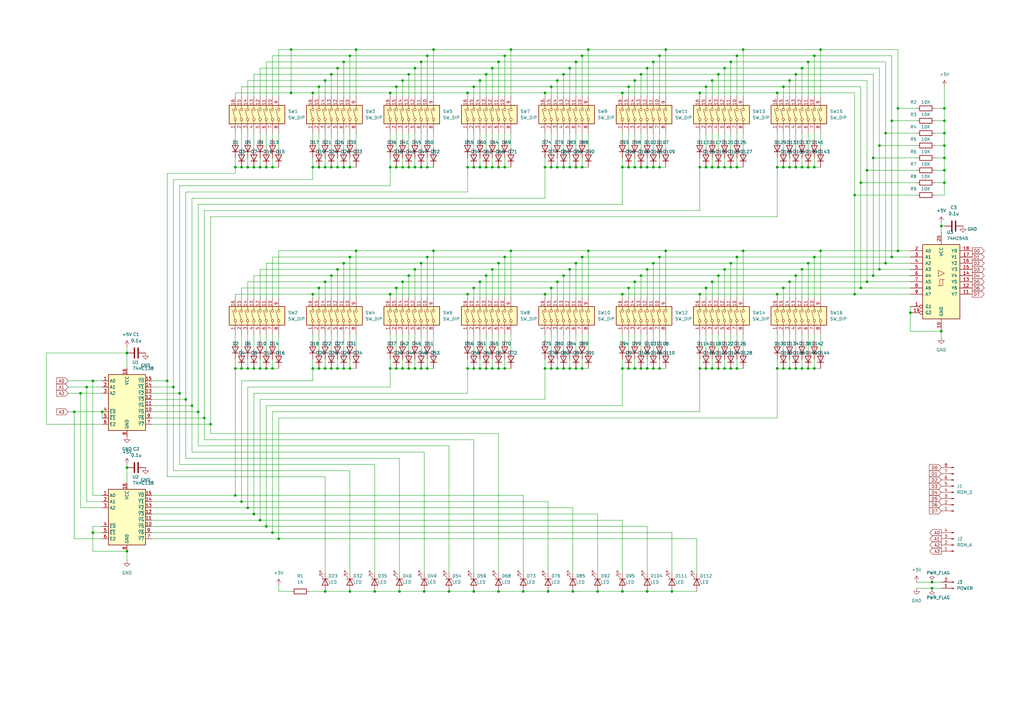
<source format=kicad_sch>
(kicad_sch (version 20230121) (generator eeschema)
  (paper "A3")
  (junction (at 294.64 113.03))
  (junction (at 167.64 30.48))
  (junction (at 358.14 113.03))
  (junction (at 130.81 68.58))
  (junction (at 160.02 68.58))
  (junction (at 128.27 151.13))
  (junction (at 265.43 151.13))
  (junction (at 331.47 68.58))
  (junction (at 294.64 30.48))
  (junction (at 386.08 92.71))
  (junction (at 226.06 151.13))
  (junction (at 172.72 151.13))
  (junction (at 289.56 35.56))
  (junction (at 86.36 173.99))
  (junction (at 223.52 120.65))
  (junction (at 262.89 30.48))
  (junction (at 133.35 68.58))
  (junction (at 52.07 191.77))
  (junction (at 245.11 242.57))
  (junction (at 135.89 113.03))
  (junction (at 318.77 151.13))
  (junction (at 138.43 27.94))
  (junction (at 262.89 113.03))
  (junction (at 78.74 166.37))
  (junction (at 353.06 74.93))
  (junction (at 191.77 151.13))
  (junction (at 270.51 22.86))
  (junction (at 265.43 110.49))
  (junction (at 228.6 151.13))
  (junction (at 231.14 151.13))
  (junction (at 101.6 208.28))
  (junction (at 199.39 30.48))
  (junction (at 350.52 120.65))
  (junction (at 334.01 151.13))
  (junction (at 194.31 242.57))
  (junction (at 191.77 120.65))
  (junction (at 326.39 113.03))
  (junction (at 170.18 151.13))
  (junction (at 111.76 68.58))
  (junction (at 133.35 115.57))
  (junction (at 30.48 168.91))
  (junction (at 177.8 102.87))
  (junction (at 299.72 151.13))
  (junction (at 38.1 156.21))
  (junction (at 196.85 115.57))
  (junction (at 101.6 151.13))
  (junction (at 170.18 68.58))
  (junction (at 140.97 107.95))
  (junction (at 257.81 151.13))
  (junction (at 238.76 151.13))
  (junction (at 297.18 110.49))
  (junction (at 175.26 68.58))
  (junction (at 387.35 74.93))
  (junction (at 287.02 38.1))
  (junction (at 257.81 68.58))
  (junction (at 162.56 118.11))
  (junction (at 353.06 118.11))
  (junction (at 255.27 120.65))
  (junction (at 365.76 49.53))
  (junction (at 104.14 68.58))
  (junction (at 99.06 205.74))
  (junction (at 226.06 68.58))
  (junction (at 387.35 69.85))
  (junction (at 294.64 151.13))
  (junction (at 270.51 68.58))
  (junction (at 231.14 68.58))
  (junction (at 287.02 151.13))
  (junction (at 172.72 68.58))
  (junction (at 233.68 68.58))
  (junction (at 99.06 68.58))
  (junction (at 323.85 33.02))
  (junction (at 302.26 105.41))
  (junction (at 172.72 107.95))
  (junction (at 234.95 242.57))
  (junction (at 194.31 151.13))
  (junction (at 143.51 151.13))
  (junction (at 304.8 102.87))
  (junction (at 199.39 113.03))
  (junction (at 207.01 22.86))
  (junction (at 292.1 33.02))
  (junction (at 224.79 242.57))
  (junction (at 96.52 68.58))
  (junction (at 233.68 27.94))
  (junction (at 287.02 68.58))
  (junction (at 292.1 68.58))
  (junction (at 275.59 242.57))
  (junction (at 328.93 27.94))
  (junction (at 318.77 38.1))
  (junction (at 140.97 151.13))
  (junction (at 267.97 68.58))
  (junction (at 255.27 38.1))
  (junction (at 299.72 25.4))
  (junction (at 38.1 218.44))
  (junction (at 294.64 68.58))
  (junction (at 146.05 20.32))
  (junction (at 238.76 105.41))
  (junction (at 270.51 105.41))
  (junction (at 326.39 68.58))
  (junction (at 165.1 115.57))
  (junction (at 387.35 64.77))
  (junction (at 173.99 242.57))
  (junction (at 223.52 68.58))
  (junction (at 289.56 118.11))
  (junction (at 262.89 68.58))
  (junction (at 304.8 20.32))
  (junction (at 128.27 68.58))
  (junction (at 109.22 68.58))
  (junction (at 387.35 44.45))
  (junction (at 321.31 35.56))
  (junction (at 382.27 238.76))
  (junction (at 104.14 151.13))
  (junction (at 292.1 151.13))
  (junction (at 172.72 25.4))
  (junction (at 255.27 68.58))
  (junction (at 350.52 80.01))
  (junction (at 331.47 151.13))
  (junction (at 130.81 118.11))
  (junction (at 214.63 242.57))
  (junction (at 207.01 105.41))
  (junction (at 106.68 151.13))
  (junction (at 143.51 242.57))
  (junction (at 140.97 25.4))
  (junction (at 207.01 151.13))
  (junction (at 71.12 158.75))
  (junction (at 231.14 30.48))
  (junction (at 302.26 22.86))
  (junction (at 257.81 35.56))
  (junction (at 223.52 38.1))
  (junction (at 209.55 20.32))
  (junction (at 52.07 226.06))
  (junction (at 199.39 151.13))
  (junction (at 331.47 107.95))
  (junction (at 204.47 107.95))
  (junction (at 165.1 151.13))
  (junction (at 207.01 68.58))
  (junction (at 387.35 49.53))
  (junction (at 236.22 151.13))
  (junction (at 167.64 151.13))
  (junction (at 143.51 68.58))
  (junction (at 201.93 151.13))
  (junction (at 328.93 68.58))
  (junction (at 236.22 107.95))
  (junction (at 175.26 151.13))
  (junction (at 382.27 241.3))
  (junction (at 130.81 35.56))
  (junction (at 204.47 25.4))
  (junction (at 289.56 68.58))
  (junction (at 267.97 25.4))
  (junction (at 68.58 156.21))
  (junction (at 96.52 203.2))
  (junction (at 260.35 115.57))
  (junction (at 41.91 168.91))
  (junction (at 297.18 151.13))
  (junction (at 52.07 144.78))
  (junction (at 387.35 54.61))
  (junction (at 231.14 113.03))
  (junction (at 241.3 102.87))
  (junction (at 76.2 163.83))
  (junction (at 318.77 68.58))
  (junction (at 318.77 120.65))
  (junction (at 119.38 20.32))
  (junction (at 170.18 110.49))
  (junction (at 163.83 242.57))
  (junction (at 96.52 151.13))
  (junction (at 321.31 68.58))
  (junction (at 204.47 242.57))
  (junction (at 101.6 68.58))
  (junction (at 138.43 68.58))
  (junction (at 321.31 151.13))
  (junction (at 334.01 105.41))
  (junction (at 160.02 38.1))
  (junction (at 165.1 68.58))
  (junction (at 363.22 54.61))
  (junction (at 146.05 102.87))
  (junction (at 204.47 151.13))
  (junction (at 360.68 110.49))
  (junction (at 194.31 118.11))
  (junction (at 135.89 68.58))
  (junction (at 355.6 69.85))
  (junction (at 260.35 68.58))
  (junction (at 194.31 35.56))
  (junction (at 83.82 171.45))
  (junction (at 138.43 151.13))
  (junction (at 201.93 110.49))
  (junction (at 299.72 107.95))
  (junction (at 128.27 38.1))
  (junction (at 104.14 210.82))
  (junction (at 135.89 30.48))
  (junction (at 33.02 161.29))
  (junction (at 334.01 22.86))
  (junction (at 111.76 218.44))
  (junction (at 130.81 151.13))
  (junction (at 262.89 151.13))
  (junction (at 191.77 68.58))
  (junction (at 153.67 242.57))
  (junction (at 228.6 68.58))
  (junction (at 162.56 35.56))
  (junction (at 109.22 151.13))
  (junction (at 199.39 68.58))
  (junction (at 191.77 38.1))
  (junction (at 292.1 115.57))
  (junction (at 302.26 151.13))
  (junction (at 287.02 120.65))
  (junction (at 368.3 44.45))
  (junction (at 363.22 107.95))
  (junction (at 297.18 68.58))
  (junction (at 119.38 38.1))
  (junction (at 321.31 118.11))
  (junction (at 326.39 151.13))
  (junction (at 334.01 68.58))
  (junction (at 328.93 110.49))
  (junction (at 196.85 151.13))
  (junction (at 336.55 20.32))
  (junction (at 133.35 242.57))
  (junction (at 201.93 68.58))
  (junction (at 326.39 30.48))
  (junction (at 167.64 113.03))
  (junction (at 228.6 115.57))
  (junction (at 328.93 151.13))
  (junction (at 233.68 110.49))
  (junction (at 99.06 151.13))
  (junction (at 194.31 68.58))
  (junction (at 267.97 151.13))
  (junction (at 35.56 158.75))
  (junction (at 138.43 110.49))
  (junction (at 133.35 151.13))
  (junction (at 226.06 118.11))
  (junction (at 365.76 105.41))
  (junction (at 175.26 22.86))
  (junction (at 143.51 22.86))
  (junction (at 323.85 151.13))
  (junction (at 133.35 33.02))
  (junction (at 289.56 151.13))
  (junction (at 196.85 68.58))
  (junction (at 162.56 151.13))
  (junction (at 270.51 151.13))
  (junction (at 302.26 68.58))
  (junction (at 209.55 102.87))
  (junction (at 355.6 115.57))
  (junction (at 255.27 242.57))
  (junction (at 196.85 33.02))
  (junction (at 260.35 151.13))
  (junction (at 358.14 64.77))
  (junction (at 260.35 33.02))
  (junction (at 81.28 168.91))
  (junction (at 265.43 27.94))
  (junction (at 273.05 102.87))
  (junction (at 140.97 68.58))
  (junction (at 241.3 20.32))
  (junction (at 143.51 105.41))
  (junction (at 265.43 242.57))
  (junction (at 109.22 215.9))
  (junction (at 106.68 213.36))
  (junction (at 226.06 35.56))
  (junction (at 167.64 68.58))
  (junction (at 73.66 161.29))
  (junction (at 360.68 59.69))
  (junction (at 265.43 68.58))
  (junction (at 106.68 68.58))
  (junction (at 236.22 68.58))
  (junction (at 128.27 120.65))
  (junction (at 177.8 20.32))
  (junction (at 267.97 107.95))
  (junction (at 255.27 151.13))
  (junction (at 175.26 105.41))
  (junction (at 160.02 120.65))
  (junction (at 299.72 68.58))
  (junction (at 160.02 151.13))
  (junction (at 238.76 68.58))
  (junction (at 368.3 102.87))
  (junction (at 238.76 22.86))
  (junction (at 386.08 135.89))
  (junction (at 114.3 220.98))
  (junction (at 170.18 27.94))
  (junction (at 323.85 115.57))
  (junction (at 162.56 68.58))
  (junction (at 273.05 20.32))
  (junction (at 257.81 118.11))
  (junction (at 236.22 25.4))
  (junction (at 297.18 27.94))
  (junction (at 373.38 128.27))
  (junction (at 331.47 25.4))
  (junction (at 111.76 151.13))
  (junction (at 201.93 27.94))
  (junction (at 228.6 33.02))
  (junction (at 165.1 33.02))
  (junction (at 223.52 151.13))
  (junction (at 323.85 68.58))
  (junction (at 204.47 68.58))
  (junction (at 135.89 151.13))
  (junction (at 233.68 151.13))
  (junction (at 336.55 102.87))
  (junction (at 184.15 242.57))
  (junction (at 387.35 59.69))
  (wire (pts (xy 163.83 234.95) (xy 163.83 187.96)))
  (wire (pts (xy 96.52 64.77) (xy 96.52 68.58)))
  (wire (pts (xy 143.51 193.04) (xy 71.12 193.04)))
  (wire (pts (xy 130.81 118.11) (xy 162.56 118.11)))
  (wire (pts (xy 207.01 68.58) (xy 209.55 68.58)))
  (wire (pts (xy 318.77 38.1) (xy 318.77 39.37)))
  (wire (pts (xy 130.81 151.13) (xy 133.35 151.13)))
  (wire (pts (xy 111.76 54.61) (xy 111.76 57.15)))
  (wire (pts (xy 304.8 102.87) (xy 336.55 102.87)))
  (wire (pts (xy 238.76 151.13) (xy 241.3 151.13)))
  (wire (pts (xy 143.51 234.95) (xy 143.51 193.04)))
  (wire (pts (xy 191.77 64.77) (xy 191.77 68.58)))
  (wire (pts (xy 172.72 25.4) (xy 172.72 39.37)))
  (wire (pts (xy 257.81 118.11) (xy 289.56 118.11)))
  (wire (pts (xy 226.06 118.11) (xy 257.81 118.11)))
  (wire (pts (xy 104.14 113.03) (xy 135.89 113.03)))
  (wire (pts (xy 214.63 203.2) (xy 214.63 234.95)))
  (wire (pts (xy 387.35 44.45) (xy 387.35 49.53)))
  (wire (pts (xy 111.76 218.44) (xy 111.76 168.91)))
  (wire (pts (xy 328.93 137.16) (xy 328.93 139.7)))
  (wire (pts (xy 231.14 68.58) (xy 233.68 68.58)))
  (wire (pts (xy 365.76 22.86) (xy 334.01 22.86)))
  (wire (pts (xy 358.14 113.03) (xy 373.38 113.03)))
  (wire (pts (xy 184.15 242.57) (xy 194.31 242.57)))
  (wire (pts (xy 302.26 22.86) (xy 302.26 39.37)))
  (wire (pts (xy 386.08 92.71) (xy 386.08 95.25)))
  (wire (pts (xy 99.06 35.56) (xy 130.81 35.56)))
  (wire (pts (xy 133.35 115.57) (xy 165.1 115.57)))
  (wire (pts (xy 204.47 107.95) (xy 236.22 107.95)))
  (wire (pts (xy 146.05 137.16) (xy 146.05 143.51)))
  (wire (pts (xy 241.3 102.87) (xy 241.3 121.92)))
  (wire (pts (xy 96.52 38.1) (xy 96.52 39.37)))
  (wire (pts (xy 175.26 54.61) (xy 175.26 57.15)))
  (wire (pts (xy 270.51 22.86) (xy 302.26 22.86)))
  (wire (pts (xy 294.64 151.13) (xy 297.18 151.13)))
  (wire (pts (xy 146.05 20.32) (xy 146.05 39.37)))
  (wire (pts (xy 328.93 68.58) (xy 331.47 68.58)))
  (wire (pts (xy 287.02 38.1) (xy 287.02 39.37)))
  (wire (pts (xy 96.52 38.1) (xy 119.38 38.1)))
  (wire (pts (xy 299.72 107.95) (xy 299.72 121.92)))
  (wire (pts (xy 170.18 147.32) (xy 170.18 151.13)))
  (wire (pts (xy 245.11 242.57) (xy 255.27 242.57)))
  (wire (pts (xy 62.23 163.83) (xy 76.2 163.83)))
  (wire (pts (xy 386.08 135.89) (xy 373.38 135.89)))
  (wire (pts (xy 109.22 151.13) (xy 111.76 151.13)))
  (wire (pts (xy 191.77 161.29) (xy 104.14 161.29)))
  (wire (pts (xy 228.6 151.13) (xy 231.14 151.13)))
  (wire (pts (xy 287.02 68.58) (xy 289.56 68.58)))
  (wire (pts (xy 360.68 27.94) (xy 328.93 27.94)))
  (wire (pts (xy 204.47 177.8) (xy 204.47 234.95)))
  (wire (pts (xy 109.22 68.58) (xy 111.76 68.58)))
  (wire (pts (xy 119.38 20.32) (xy 146.05 20.32)))
  (wire (pts (xy 106.68 110.49) (xy 138.43 110.49)))
  (wire (pts (xy 270.51 137.16) (xy 270.51 139.7)))
  (wire (pts (xy 289.56 54.61) (xy 289.56 60.96)))
  (wire (pts (xy 383.54 44.45) (xy 387.35 44.45)))
  (wire (pts (xy 241.3 54.61) (xy 241.3 60.96)))
  (wire (pts (xy 76.2 187.96) (xy 76.2 163.83)))
  (wire (pts (xy 62.23 218.44) (xy 111.76 218.44)))
  (wire (pts (xy 114.3 102.87) (xy 146.05 102.87)))
  (wire (pts (xy 35.56 158.75) (xy 41.91 158.75)))
  (wire (pts (xy 209.55 137.16) (xy 209.55 143.51)))
  (wire (pts (xy 138.43 151.13) (xy 140.97 151.13)))
  (wire (pts (xy 267.97 68.58) (xy 270.51 68.58)))
  (wire (pts (xy 104.14 161.29) (xy 104.14 210.82)))
  (wire (pts (xy 73.66 161.29) (xy 62.23 161.29)))
  (wire (pts (xy 191.77 68.58) (xy 194.31 68.58)))
  (wire (pts (xy 302.26 147.32) (xy 302.26 151.13)))
  (wire (pts (xy 223.52 120.65) (xy 223.52 121.92)))
  (wire (pts (xy 231.14 30.48) (xy 262.89 30.48)))
  (wire (pts (xy 321.31 118.11) (xy 321.31 121.92)))
  (wire (pts (xy 33.02 208.28) (xy 41.91 208.28)))
  (wire (pts (xy 255.27 151.13) (xy 255.27 166.37)))
  (wire (pts (xy 194.31 151.13) (xy 196.85 151.13)))
  (wire (pts (xy 321.31 151.13) (xy 323.85 151.13)))
  (wire (pts (xy 38.1 215.9) (xy 38.1 218.44)))
  (wire (pts (xy 99.06 151.13) (xy 101.6 151.13)))
  (wire (pts (xy 106.68 213.36) (xy 62.23 213.36)))
  (wire (pts (xy 223.52 151.13) (xy 226.06 151.13)))
  (wire (pts (xy 128.27 54.61) (xy 128.27 57.15)))
  (wire (pts (xy 194.31 242.57) (xy 204.47 242.57)))
  (wire (pts (xy 99.06 118.11) (xy 99.06 121.92)))
  (wire (pts (xy 233.68 64.77) (xy 233.68 68.58)))
  (wire (pts (xy 289.56 35.56) (xy 289.56 39.37)))
  (wire (pts (xy 255.27 120.65) (xy 287.02 120.65)))
  (wire (pts (xy 111.76 105.41) (xy 143.51 105.41)))
  (wire (pts (xy 294.64 30.48) (xy 294.64 39.37)))
  (wire (pts (xy 353.06 74.93) (xy 353.06 118.11)))
  (wire (pts (xy 160.02 120.65) (xy 160.02 121.92)))
  (wire (pts (xy 255.27 120.65) (xy 255.27 121.92)))
  (wire (pts (xy 382.27 238.76) (xy 386.08 238.76)))
  (wire (pts (xy 146.05 102.87) (xy 146.05 121.92)))
  (wire (pts (xy 135.89 68.58) (xy 138.43 68.58)))
  (wire (pts (xy 135.89 137.16) (xy 135.89 143.51)))
  (wire (pts (xy 323.85 147.32) (xy 323.85 151.13)))
  (wire (pts (xy 173.99 185.42) (xy 78.74 185.42)))
  (wire (pts (xy 162.56 118.11) (xy 194.31 118.11)))
  (wire (pts (xy 318.77 120.65) (xy 350.52 120.65)))
  (wire (pts (xy 207.01 105.41) (xy 238.76 105.41)))
  (wire (pts (xy 83.82 86.36) (xy 287.02 86.36)))
  (wire (pts (xy 96.52 68.58) (xy 96.52 71.12)))
  (wire (pts (xy 163.83 187.96) (xy 76.2 187.96)))
  (wire (pts (xy 262.89 151.13) (xy 265.43 151.13)))
  (wire (pts (xy 387.35 69.85) (xy 387.35 74.93)))
  (wire (pts (xy 204.47 25.4) (xy 236.22 25.4)))
  (wire (pts (xy 194.31 35.56) (xy 194.31 39.37)))
  (wire (pts (xy 294.64 30.48) (xy 326.39 30.48)))
  (wire (pts (xy 287.02 68.58) (xy 287.02 86.36)))
  (wire (pts (xy 228.6 147.32) (xy 228.6 151.13)))
  (wire (pts (xy 83.82 171.45) (xy 83.82 86.36)))
  (wire (pts (xy 130.81 35.56) (xy 162.56 35.56)))
  (wire (pts (xy 78.74 81.28) (xy 78.74 166.37)))
  (wire (pts (xy 334.01 22.86) (xy 302.26 22.86)))
  (wire (pts (xy 133.35 33.02) (xy 165.1 33.02)))
  (wire (pts (xy 355.6 69.85) (xy 355.6 33.02)))
  (wire (pts (xy 27.94 156.21) (xy 38.1 156.21)))
  (wire (pts (xy 350.52 80.01) (xy 350.52 120.65)))
  (wire (pts (xy 201.93 110.49) (xy 233.68 110.49)))
  (wire (pts (xy 201.93 147.32) (xy 201.93 151.13)))
  (wire (pts (xy 265.43 64.77) (xy 265.43 68.58)))
  (wire (pts (xy 209.55 54.61) (xy 209.55 60.96)))
  (wire (pts (xy 355.6 115.57) (xy 373.38 115.57)))
  (wire (pts (xy 138.43 64.77) (xy 138.43 68.58)))
  (wire (pts (xy 138.43 137.16) (xy 138.43 139.7)))
  (wire (pts (xy 96.52 147.32) (xy 96.52 151.13)))
  (wire (pts (xy 99.06 68.58) (xy 101.6 68.58)))
  (wire (pts (xy 299.72 25.4) (xy 299.72 39.37)))
  (wire (pts (xy 297.18 110.49) (xy 297.18 121.92)))
  (wire (pts (xy 133.35 68.58) (xy 135.89 68.58)))
  (wire (pts (xy 133.35 54.61) (xy 133.35 57.15)))
  (wire (pts (xy 27.94 168.91) (xy 30.48 168.91)))
  (wire (pts (xy 299.72 68.58) (xy 302.26 68.58)))
  (wire (pts (xy 262.89 68.58) (xy 265.43 68.58)))
  (wire (pts (xy 323.85 68.58) (xy 326.39 68.58)))
  (wire (pts (xy 177.8 102.87) (xy 177.8 121.92)))
  (wire (pts (xy 196.85 64.77) (xy 196.85 68.58)))
  (wire (pts (xy 191.77 120.65) (xy 223.52 120.65)))
  (wire (pts (xy 328.93 27.94) (xy 297.18 27.94)))
  (wire (pts (xy 373.38 128.27) (xy 373.38 125.73)))
  (wire (pts (xy 133.35 115.57) (xy 133.35 121.92)))
  (wire (pts (xy 81.28 182.88) (xy 81.28 168.91)))
  (wire (pts (xy 265.43 27.94) (xy 265.43 39.37)))
  (wire (pts (xy 260.35 151.13) (xy 262.89 151.13)))
  (wire (pts (xy 386.08 92.71) (xy 387.35 92.71)))
  (wire (pts (xy 238.76 147.32) (xy 238.76 151.13)))
  (wire (pts (xy 160.02 120.65) (xy 191.77 120.65)))
  (wire (pts (xy 233.68 27.94) (xy 233.68 39.37)))
  (wire (pts (xy 350.52 120.65) (xy 373.38 120.65)))
  (wire (pts (xy 223.52 38.1) (xy 223.52 39.37)))
  (wire (pts (xy 262.89 30.48) (xy 294.64 30.48)))
  (wire (pts (xy 234.95 208.28) (xy 234.95 234.95)))
  (wire (pts (xy 114.3 102.87) (xy 114.3 121.92)))
  (wire (pts (xy 165.1 33.02) (xy 165.1 39.37)))
  (wire (pts (xy 326.39 137.16) (xy 326.39 143.51)))
  (wire (pts (xy 260.35 54.61) (xy 260.35 57.15)))
  (wire (pts (xy 260.35 33.02) (xy 292.1 33.02)))
  (wire (pts (xy 114.3 171.45) (xy 114.3 220.98)))
  (wire (pts (xy 297.18 64.77) (xy 297.18 68.58)))
  (wire (pts (xy 299.72 107.95) (xy 331.47 107.95)))
  (wire (pts (xy 257.81 35.56) (xy 289.56 35.56)))
  (wire (pts (xy 191.77 120.65) (xy 191.77 121.92)))
  (wire (pts (xy 289.56 118.11) (xy 289.56 121.92)))
  (wire (pts (xy 336.55 54.61) (xy 336.55 60.96)))
  (wire (pts (xy 140.97 107.95) (xy 172.72 107.95)))
  (wire (pts (xy 194.31 118.11) (xy 194.31 121.92)))
  (wire (pts (xy 241.3 20.32) (xy 241.3 39.37)))
  (wire (pts (xy 260.35 147.32) (xy 260.35 151.13)))
  (wire (pts (xy 334.01 64.77) (xy 334.01 68.58)))
  (wire (pts (xy 130.81 118.11) (xy 130.81 121.92)))
  (wire (pts (xy 101.6 158.75) (xy 160.02 158.75)))
  (wire (pts (xy 109.22 54.61) (xy 109.22 60.96)))
  (wire (pts (xy 267.97 25.4) (xy 267.97 39.37)))
  (wire (pts (xy 318.77 147.32) (xy 318.77 151.13)))
  (wire (pts (xy 287.02 151.13) (xy 287.02 168.91)))
  (wire (pts (xy 138.43 54.61) (xy 138.43 57.15)))
  (wire (pts (xy 375.92 238.76) (xy 382.27 238.76)))
  (wire (pts (xy 194.31 118.11) (xy 226.06 118.11)))
  (wire (pts (xy 318.77 64.77) (xy 318.77 68.58)))
  (wire (pts (xy 111.76 218.44) (xy 275.59 218.44)))
  (wire (pts (xy 177.8 102.87) (xy 209.55 102.87)))
  (wire (pts (xy 133.35 64.77) (xy 133.35 68.58)))
  (wire (pts (xy 99.06 35.56) (xy 99.06 39.37)))
  (wire (pts (xy 289.56 35.56) (xy 321.31 35.56)))
  (wire (pts (xy 111.76 68.58) (xy 114.3 68.58)))
  (wire (pts (xy 191.77 137.16) (xy 191.77 139.7)))
  (wire (pts (xy 109.22 25.4) (xy 109.22 39.37)))
  (wire (pts (xy 336.55 102.87) (xy 336.55 121.92)))
  (wire (pts (xy 226.06 68.58) (xy 228.6 68.58)))
  (wire (pts (xy 175.26 22.86) (xy 207.01 22.86)))
  (wire (pts (xy 170.18 68.58) (xy 172.72 68.58)))
  (wire (pts (xy 104.14 137.16) (xy 104.14 143.51)))
  (wire (pts (xy 368.3 20.32) (xy 368.3 44.45)))
  (wire (pts (xy 104.14 68.58) (xy 106.68 68.58)))
  (wire (pts (xy 231.14 151.13) (xy 233.68 151.13)))
  (wire (pts (xy 231.14 30.48) (xy 231.14 39.37)))
  (wire (pts (xy 101.6 54.61) (xy 101.6 57.15)))
  (wire (pts (xy 160.02 68.58) (xy 160.02 76.2)))
  (wire (pts (xy 170.18 110.49) (xy 201.93 110.49)))
  (wire (pts (xy 128.27 120.65) (xy 160.02 120.65)))
  (wire (pts (xy 41.91 173.99) (xy 19.05 173.99)))
  (wire (pts (xy 78.74 185.42) (xy 78.74 166.37)))
  (wire (pts (xy 265.43 27.94) (xy 297.18 27.94)))
  (wire (pts (xy 135.89 113.03) (xy 135.89 121.92)))
  (wire (pts (xy 289.56 151.13) (xy 292.1 151.13)))
  (wire (pts (xy 106.68 151.13) (xy 109.22 151.13)))
  (wire (pts (xy 209.55 20.32) (xy 241.3 20.32)))
  (wire (pts (xy 143.51 147.32) (xy 143.51 151.13)))
  (wire (pts (xy 334.01 68.58) (xy 336.55 68.58)))
  (wire (pts (xy 114.3 220.98) (xy 62.23 220.98)))
  (wire (pts (xy 287.02 147.32) (xy 287.02 151.13)))
  (wire (pts (xy 128.27 151.13) (xy 130.81 151.13)))
  (wire (pts (xy 104.14 30.48) (xy 135.89 30.48)))
  (wire (pts (xy 111.76 64.77) (xy 111.76 68.58)))
  (wire (pts (xy 38.1 218.44) (xy 38.1 226.06)))
  (wire (pts (xy 201.93 110.49) (xy 201.93 121.92)))
  (wire (pts (xy 321.31 35.56) (xy 321.31 39.37)))
  (wire (pts (xy 260.35 115.57) (xy 292.1 115.57)))
  (wire (pts (xy 204.47 25.4) (xy 204.47 39.37)))
  (wire (pts (xy 165.1 64.77) (xy 165.1 68.58)))
  (wire (pts (xy 302.26 151.13) (xy 304.8 151.13)))
  (wire (pts (xy 326.39 30.48) (xy 326.39 39.37)))
  (wire (pts (xy 287.02 120.65) (xy 287.02 121.92)))
  (wire (pts (xy 172.72 137.16) (xy 172.72 143.51)))
  (wire (pts (xy 138.43 68.58) (xy 140.97 68.58)))
  (wire (pts (xy 297.18 151.13) (xy 299.72 151.13)))
  (wire (pts (xy 83.82 180.34) (xy 194.31 180.34)))
  (wire (pts (xy 292.1 147.32) (xy 292.1 151.13)))
  (wire (pts (xy 323.85 151.13) (xy 326.39 151.13)))
  (wire (pts (xy 334.01 137.16) (xy 334.01 139.7)))
  (wire (pts (xy 160.02 64.77) (xy 160.02 68.58)))
  (wire (pts (xy 140.97 151.13) (xy 143.51 151.13)))
  (wire (pts (xy 299.72 25.4) (xy 331.47 25.4)))
  (wire (pts (xy 262.89 54.61) (xy 262.89 60.96)))
  (wire (pts (xy 175.26 22.86) (xy 175.26 39.37)))
  (wire (pts (xy 318.77 38.1) (xy 350.52 38.1)))
  (wire (pts (xy 387.35 35.56) (xy 387.35 44.45)))
  (wire (pts (xy 191.77 68.58) (xy 191.77 78.74)))
  (wire (pts (xy 38.1 203.2) (xy 38.1 156.21)))
  (wire (pts (xy 128.27 38.1) (xy 128.27 39.37)))
  (wire (pts (xy 328.93 27.94) (xy 328.93 39.37)))
  (wire (pts (xy 265.43 242.57) (xy 275.59 242.57)))
  (wire (pts (xy 267.97 107.95) (xy 267.97 121.92)))
  (wire (pts (xy 194.31 180.34) (xy 194.31 234.95)))
  (wire (pts (xy 323.85 54.61) (xy 323.85 57.15)))
  (wire (pts (xy 207.01 64.77) (xy 207.01 68.58)))
  (wire (pts (xy 207.01 151.13) (xy 209.55 151.13)))
  (wire (pts (xy 143.51 68.58) (xy 146.05 68.58)))
  (wire (pts (xy 358.14 30.48) (xy 358.14 64.77)))
  (wire (pts (xy 106.68 213.36) (xy 255.27 213.36)))
  (wire (pts (xy 128.27 38.1) (xy 160.02 38.1)))
  (wire (pts (xy 270.51 68.58) (xy 273.05 68.58)))
  (wire (pts (xy 175.26 64.77) (xy 175.26 68.58)))
  (wire (pts (xy 267.97 54.61) (xy 267.97 60.96)))
  (wire (pts (xy 199.39 54.61) (xy 199.39 60.96)))
  (wire (pts (xy 140.97 107.95) (xy 140.97 121.92)))
  (wire (pts (xy 146.05 102.87) (xy 177.8 102.87)))
  (wire (pts (xy 135.89 113.03) (xy 167.64 113.03)))
  (wire (pts (xy 321.31 54.61) (xy 321.31 60.96)))
  (wire (pts (xy 71.12 193.04) (xy 71.12 158.75)))
  (wire (pts (xy 304.8 102.87) (xy 304.8 121.92)))
  (wire (pts (xy 173.99 242.57) (xy 184.15 242.57)))
  (wire (pts (xy 160.02 158.75) (xy 160.02 151.13)))
  (wire (pts (xy 78.74 166.37) (xy 62.23 166.37)))
  (wire (pts (xy 172.72 107.95) (xy 204.47 107.95)))
  (wire (pts (xy 96.52 54.61) (xy 96.52 57.15)))
  (wire (pts (xy 128.27 151.13) (xy 128.27 156.21)))
  (wire (pts (xy 109.22 166.37) (xy 109.22 215.9)))
  (wire (pts (xy 133.35 151.13) (xy 135.89 151.13)))
  (wire (pts (xy 201.93 27.94) (xy 233.68 27.94)))
  (wire (pts (xy 111.76 151.13) (xy 114.3 151.13)))
  (wire (pts (xy 128.27 147.32) (xy 128.27 151.13)))
  (wire (pts (xy 334.01 151.13) (xy 336.55 151.13)))
  (wire (pts (xy 207.01 22.86) (xy 238.76 22.86)))
  (wire (pts (xy 106.68 68.58) (xy 109.22 68.58)))
  (wire (pts (xy 172.72 107.95) (xy 172.72 121.92)))
  (wire (pts (xy 106.68 147.32) (xy 106.68 151.13)))
  (wire (pts (xy 255.27 242.57) (xy 265.43 242.57)))
  (wire (pts (xy 130.81 68.58) (xy 133.35 68.58)))
  (wire (pts (xy 223.52 120.65) (xy 255.27 120.65)))
  (wire (pts (xy 104.14 151.13) (xy 106.68 151.13)))
  (wire (pts (xy 260.35 33.02) (xy 260.35 39.37)))
  (wire (pts (xy 318.77 68.58) (xy 318.77 88.9)))
  (wire (pts (xy 199.39 113.03) (xy 231.14 113.03)))
  (wire (pts (xy 101.6 151.13) (xy 104.14 151.13)))
  (wire (pts (xy 233.68 147.32) (xy 233.68 151.13)))
  (wire (pts (xy 331.47 151.13) (xy 334.01 151.13)))
  (wire (pts (xy 73.66 190.5) (xy 73.66 161.29)))
  (wire (pts (xy 223.52 68.58) (xy 223.52 81.28)))
  (wire (pts (xy 111.76 22.86) (xy 143.51 22.86)))
  (wire (pts (xy 265.43 234.95) (xy 265.43 215.9)))
  (wire (pts (xy 191.77 38.1) (xy 223.52 38.1)))
  (wire (pts (xy 138.43 110.49) (xy 170.18 110.49)))
  (wire (pts (xy 275.59 218.44) (xy 275.59 234.95)))
  (wire (pts (xy 196.85 147.32) (xy 196.85 151.13)))
  (wire (pts (xy 73.66 76.2) (xy 73.66 161.29)))
  (wire (pts (xy 173.99 234.95) (xy 173.99 185.42)))
  (wire (pts (xy 175.26 151.13) (xy 177.8 151.13)))
  (wire (pts (xy 382.27 241.3) (xy 386.08 241.3)))
  (wire (pts (xy 289.56 68.58) (xy 292.1 68.58)))
  (wire (pts (xy 336.55 102.87) (xy 368.3 102.87)))
  (wire (pts (xy 109.22 166.37) (xy 255.27 166.37)))
  (wire (pts (xy 265.43 110.49) (xy 265.43 121.92)))
  (wire (pts (xy 177.8 20.32) (xy 209.55 20.32)))
  (wire (pts (xy 363.22 107.95) (xy 373.38 107.95)))
  (wire (pts (xy 368.3 44.45) (xy 368.3 102.87)))
  (wire (pts (xy 76.2 78.74) (xy 191.77 78.74)))
  (wire (pts (xy 101.6 208.28) (xy 101.6 158.75)))
  (wire (pts (xy 111.76 168.91) (xy 287.02 168.91)))
  (wire (pts (xy 236.22 25.4) (xy 267.97 25.4)))
  (wire (pts (xy 223.52 137.16) (xy 223.52 139.7)))
  (wire (pts (xy 41.91 215.9) (xy 38.1 215.9)))
  (wire (pts (xy 96.52 68.58) (xy 99.06 68.58)))
  (wire (pts (xy 167.64 30.48) (xy 199.39 30.48)))
  (wire (pts (xy 262.89 113.03) (xy 294.64 113.03)))
  (wire (pts (xy 273.05 102.87) (xy 304.8 102.87)))
  (wire (pts (xy 128.27 68.58) (xy 130.81 68.58)))
  (wire (pts (xy 106.68 137.16) (xy 106.68 139.7)))
  (wire (pts (xy 386.08 135.89) (xy 386.08 138.43)))
  (wire (pts (xy 207.01 105.41) (xy 207.01 121.92)))
  (wire (pts (xy 255.27 38.1) (xy 287.02 38.1)))
  (wire (pts (xy 270.51 64.77) (xy 270.51 68.58)))
  (wire (pts (xy 143.51 105.41) (xy 175.26 105.41)))
  (wire (pts (xy 128.27 64.77) (xy 128.27 68.58)))
  (wire (pts (xy 236.22 151.13) (xy 238.76 151.13)))
  (wire (pts (xy 52.07 226.06) (xy 52.07 229.87)))
  (wire (pts (xy 289.56 137.16) (xy 289.56 143.51)))
  (wire (pts (xy 170.18 151.13) (xy 172.72 151.13)))
  (wire (pts (xy 318.77 120.65) (xy 318.77 121.92)))
  (wire (pts (xy 287.02 54.61) (xy 287.02 57.15)))
  (wire (pts (xy 209.55 102.87) (xy 241.3 102.87)))
  (wire (pts (xy 273.05 20.32) (xy 273.05 39.37)))
  (wire (pts (xy 292.1 151.13) (xy 294.64 151.13)))
  (wire (pts (xy 285.75 220.98) (xy 114.3 220.98)))
  (wire (pts (xy 365.76 105.41) (xy 373.38 105.41)))
  (wire (pts (xy 257.81 35.56) (xy 257.81 39.37)))
  (wire (pts (xy 223.52 68.58) (xy 226.06 68.58)))
  (wire (pts (xy 233.68 151.13) (xy 236.22 151.13)))
  (wire (pts (xy 255.27 68.58) (xy 257.81 68.58)))
  (wire (pts (xy 165.1 137.16) (xy 165.1 139.7)))
  (wire (pts (xy 162.56 35.56) (xy 162.56 39.37)))
  (wire (pts (xy 328.93 110.49) (xy 328.93 121.92)))
  (wire (pts (xy 323.85 115.57) (xy 323.85 121.92)))
  (wire (pts (xy 233.68 110.49) (xy 233.68 121.92)))
  (wire (pts (xy 160.02 147.32) (xy 160.02 151.13)))
  (wire (pts (xy 231.14 113.03) (xy 231.14 121.92)))
  (wire (pts (xy 101.6 208.28) (xy 234.95 208.28)))
  (wire (pts (xy 270.51 105.41) (xy 270.51 121.92)))
  (wire (pts (xy 96.52 151.13) (xy 96.52 203.2)))
  (wire (pts (xy 260.35 137.16) (xy 260.35 139.7)))
  (wire (pts (xy 106.68 163.83) (xy 106.68 213.36)))
  (wire (pts (xy 133.35 242.57) (xy 143.51 242.57)))
  (wire (pts (xy 386.08 91.44) (xy 386.08 92.71)))
  (wire (pts (xy 233.68 27.94) (xy 265.43 27.94)))
  (wire (pts (xy 262.89 30.48) (xy 262.89 39.37)))
  (wire (pts (xy 104.14 210.82) (xy 62.23 210.82)))
  (wire (pts (xy 299.72 54.61) (xy 299.72 60.96)))
  (wire (pts (xy 292.1 137.16) (xy 292.1 139.7)))
  (wire (pts (xy 321.31 137.16) (xy 321.31 143.51)))
  (wire (pts (xy 255.27 54.61) (xy 255.27 57.15)))
  (wire (pts (xy 267.97 25.4) (xy 299.72 25.4)))
  (wire (pts (xy 162.56 151.13) (xy 165.1 151.13)))
  (wire (pts (xy 260.35 64.77) (xy 260.35 68.58)))
  (wire (pts (xy 260.35 68.58) (xy 262.89 68.58)))
  (wire (pts (xy 170.18 54.61) (xy 170.18 57.15)))
  (wire (pts (xy 331.47 137.16) (xy 331.47 143.51)))
  (wire (pts (xy 119.38 38.1) (xy 128.27 38.1)))
  (wire (pts (xy 331.47 54.61) (xy 331.47 60.96)))
  (wire (pts (xy 86.36 173.99) (xy 86.36 177.8)))
  (wire (pts (xy 226.06 118.11) (xy 226.06 121.92)))
  (wire (pts (xy 68.58 195.58) (xy 68.58 156.21)))
  (wire (pts (xy 143.51 137.16) (xy 143.51 139.7)))
  (wire (pts (xy 353.06 118.11) (xy 373.38 118.11)))
  (wire (pts (xy 304.8 137.16) (xy 304.8 143.51)))
  (wire (pts (xy 191.77 54.61) (xy 191.77 57.15)))
  (wire (pts (xy 302.26 68.58) (xy 304.8 68.58)))
  (wire (pts (xy 199.39 137.16) (xy 199.39 143.51)))
  (wire (pts (xy 231.14 54.61) (xy 231.14 60.96)))
  (wire (pts (xy 106.68 27.94) (xy 106.68 39.37)))
  (wire (pts (xy 30.48 168.91) (xy 41.91 168.91)))
  (wire (pts (xy 153.67 234.95) (xy 153.67 190.5)))
  (wire (pts (xy 196.85 68.58) (xy 199.39 68.58)))
  (wire (pts (xy 165.1 115.57) (xy 165.1 121.92)))
  (wire (pts (xy 96.52 151.13) (xy 99.06 151.13)))
  (wire (pts (xy 267.97 137.16) (xy 267.97 143.51)))
  (wire (pts (xy 360.68 59.69) (xy 360.68 27.94)))
  (wire (pts (xy 294.64 54.61) (xy 294.64 60.96)))
  (wire (pts (xy 194.31 54.61) (xy 194.31 60.96)))
  (wire (pts (xy 365.76 105.41) (xy 365.76 49.53)))
  (wire (pts (xy 270.51 105.41) (xy 302.26 105.41)))
  (wire (pts (xy 114.3 137.16) (xy 114.3 143.51)))
  (wire (pts (xy 331.47 107.95) (xy 363.22 107.95)))
  (wire (pts (xy 133.35 195.58) (xy 68.58 195.58)))
  (wire (pts (xy 99.06 156.21) (xy 99.06 205.74)))
  (wire (pts (xy 106.68 27.94) (xy 138.43 27.94)))
  (wire (pts (xy 71.12 73.66) (xy 128.27 73.66)))
  (wire (pts (xy 138.43 27.94) (xy 138.43 39.37)))
  (wire (pts (xy 326.39 113.03) (xy 358.14 113.03)))
  (wire (pts (xy 96.52 203.2) (xy 214.63 203.2)))
  (wire (pts (xy 233.68 110.49) (xy 265.43 110.49)))
  (wire (pts (xy 194.31 68.58) (xy 196.85 68.58)))
  (wire (pts (xy 368.3 102.87) (xy 373.38 102.87)))
  (wire (pts (xy 172.72 151.13) (xy 175.26 151.13)))
  (wire (pts (xy 387.35 49.53) (xy 387.35 54.61)))
  (wire (pts (xy 233.68 68.58) (xy 236.22 68.58)))
  (wire (pts (xy 114.3 54.61) (xy 114.3 60.96)))
  (wire (pts (xy 162.56 35.56) (xy 194.31 35.56)))
  (wire (pts (xy 383.54 59.69) (xy 387.35 59.69)))
  (wire (pts (xy 228.6 137.16) (xy 228.6 139.7)))
  (wire (pts (xy 128.27 156.21) (xy 99.06 156.21)))
  (wire (pts (xy 138.43 27.94) (xy 170.18 27.94)))
  (wire (pts (xy 204.47 68.58) (xy 207.01 68.58)))
  (wire (pts (xy 387.35 54.61) (xy 387.35 59.69)))
  (wire (pts (xy 238.76 22.86) (xy 270.51 22.86)))
  (wire (pts (xy 101.6 147.32) (xy 101.6 151.13)))
  (wire (pts (xy 273.05 54.61) (xy 273.05 60.96)))
  (wire (pts (xy 353.06 74.93) (xy 375.92 74.93)))
  (wire (pts (xy 292.1 115.57) (xy 292.1 121.92)))
  (wire (pts (xy 238.76 105.41) (xy 270.51 105.41)))
  (wire (pts (xy 292.1 64.77) (xy 292.1 68.58)))
  (wire (pts (xy 289.56 118.11) (xy 321.31 118.11)))
  (wire (pts (xy 194.31 35.56) (xy 226.06 35.56)))
  (wire (pts (xy 162.56 68.58) (xy 165.1 68.58)))
  (wire (pts (xy 96.52 137.16) (xy 96.52 139.7)))
  (wire (pts (xy 323.85 64.77) (xy 323.85 68.58)))
  (wire (pts (xy 255.27 147.32) (xy 255.27 151.13)))
  (wire (pts (xy 52.07 142.24) (xy 52.07 144.78)))
  (wire (pts (xy 209.55 20.32) (xy 209.55 39.37)))
  (wire (pts (xy 297.18 27.94) (xy 297.18 39.37)))
  (wire (pts (xy 363.22 54.61) (xy 363.22 107.95)))
  (wire (pts (xy 368.3 44.45) (xy 375.92 44.45)))
  (wire (pts (xy 226.06 54.61) (xy 226.06 60.96)))
  (wire (pts (xy 297.18 54.61) (xy 297.18 57.15)))
  (wire (pts (xy 297.18 110.49) (xy 328.93 110.49)))
  (wire (pts (xy 73.66 76.2) (xy 160.02 76.2)))
  (wire (pts (xy 245.11 210.82) (xy 104.14 210.82)))
  (wire (pts (xy 143.51 22.86) (xy 143.51 39.37)))
  (wire (pts (xy 106.68 54.61) (xy 106.68 57.15)))
  (wire (pts (xy 38.1 226.06) (xy 52.07 226.06)))
  (wire (pts (xy 96.52 120.65) (xy 96.52 121.92)))
  (wire (pts (xy 302.26 105.41) (xy 302.26 121.92)))
  (wire (pts (xy 302.26 105.41) (xy 334.01 105.41)))
  (wire (pts (xy 383.54 74.93) (xy 387.35 74.93)))
  (wire (pts (xy 236.22 137.16) (xy 236.22 143.51)))
  (wire (pts (xy 257.81 151.13) (xy 260.35 151.13)))
  (wire (pts (xy 111.76 137.16) (xy 111.76 139.7)))
  (wire (pts (xy 241.3 102.87) (xy 273.05 102.87)))
  (wire (pts (xy 27.94 161.29) (xy 33.02 161.29)))
  (wire (pts (xy 160.02 137.16) (xy 160.02 139.7)))
  (wire (pts (xy 209.55 102.87) (xy 209.55 121.92)))
  (wire (pts (xy 143.51 105.41) (xy 143.51 121.92)))
  (wire (pts (xy 355.6 115.57) (xy 355.6 69.85)))
  (wire (pts (xy 160.02 54.61) (xy 160.02 57.15)))
  (wire (pts (xy 260.35 115.57) (xy 260.35 121.92)))
  (wire (pts (xy 238.76 54.61) (xy 238.76 57.15)))
  (wire (pts (xy 160.02 68.58) (xy 162.56 68.58)))
  (wire (pts (xy 143.51 242.57) (xy 153.67 242.57)))
  (wire (pts (xy 267.97 151.13) (xy 270.51 151.13)))
  (wire (pts (xy 257.81 137.16) (xy 257.81 143.51)))
  (wire (pts (xy 231.14 137.16) (xy 231.14 143.51)))
  (wire (pts (xy 326.39 54.61) (xy 326.39 60.96)))
  (wire (pts (xy 140.97 137.16) (xy 140.97 143.51)))
  (wire (pts (xy 71.12 158.75) (xy 62.23 158.75)))
  (wire (pts (xy 135.89 30.48) (xy 135.89 39.37)))
  (wire (pts (xy 167.64 151.13) (xy 170.18 151.13)))
  (wire (pts (xy 236.22 54.61) (xy 236.22 60.96)))
  (wire (pts (xy 360.68 59.69) (xy 375.92 59.69)))
  (wire (pts (xy 35.56 205.74) (xy 41.91 205.74)))
  (wire (pts (xy 238.76 22.86) (xy 238.76 39.37)))
  (wire (pts (xy 265.43 147.32) (xy 265.43 151.13)))
  (wire (pts (xy 175.26 105.41) (xy 175.26 121.92)))
  (wire (pts (xy 238.76 105.41) (xy 238.76 121.92)))
  (wire (pts (xy 328.93 151.13) (xy 331.47 151.13)))
  (wire (pts (xy 326.39 30.48) (xy 358.14 30.48)))
  (wire (pts (xy 78.74 81.28) (xy 223.52 81.28)))
  (wire (pts (xy 143.51 151.13) (xy 146.05 151.13)))
  (wire (pts (xy 292.1 68.58) (xy 294.64 68.58)))
  (wire (pts (xy 223.52 64.77) (xy 223.52 68.58)))
  (wire (pts (xy 270.51 151.13) (xy 273.05 151.13)))
  (wire (pts (xy 373.38 135.89) (xy 373.38 128.27)))
  (wire (pts (xy 170.18 27.94) (xy 170.18 39.37)))
  (wire (pts (xy 226.06 151.13) (xy 228.6 151.13)))
  (wire (pts (xy 270.51 147.32) (xy 270.51 151.13)))
  (wire (pts (xy 224.79 205.74) (xy 99.06 205.74)))
  (wire (pts (xy 326.39 113.03) (xy 326.39 121.92)))
  (wire (pts (xy 223.52 38.1) (xy 255.27 38.1)))
  (wire (pts (xy 360.68 110.49) (xy 373.38 110.49)))
  (wire (pts (xy 234.95 242.57) (xy 245.11 242.57)))
  (wire (pts (xy 201.93 151.13) (xy 204.47 151.13)))
  (wire (pts (xy 52.07 144.78) (xy 52.07 151.13)))
  (wire (pts (xy 170.18 27.94) (xy 201.93 27.94)))
  (wire (pts (xy 177.8 20.32) (xy 177.8 39.37)))
  (wire (pts (xy 328.93 64.77) (xy 328.93 68.58)))
  (wire (pts (xy 114.3 20.32) (xy 119.38 20.32)))
  (wire (pts (xy 138.43 110.49) (xy 138.43 121.92)))
  (wire (pts (xy 76.2 163.83) (xy 76.2 78.74)))
  (wire (pts (xy 38.1 218.44) (xy 41.91 218.44)))
  (wire (pts (xy 104.14 113.03) (xy 104.14 121.92)))
  (wire (pts (xy 265.43 215.9) (xy 109.22 215.9)))
  (wire (pts (xy 318.77 68.58) (xy 321.31 68.58)))
  (wire (pts (xy 114.3 242.57) (xy 114.3 240.03)))
  (wire (pts (xy 245.11 234.95) (xy 245.11 210.82)))
  (wire (pts (xy 373.38 128.27) (xy 377.19 128.27)))
  (wire (pts (xy 387.35 80.01) (xy 383.54 80.01)))
  (wire (pts (xy 52.07 190.5) (xy 52.07 191.77)))
  (wire (pts (xy 140.97 68.58) (xy 143.51 68.58)))
  (wire (pts (xy 334.01 147.32) (xy 334.01 151.13)))
  (wire (pts (xy 331.47 25.4) (xy 363.22 25.4)))
  (wire (pts (xy 101.6 115.57) (xy 101.6 121.92)))
  (wire (pts (xy 334.01 22.86) (xy 334.01 39.37)))
  (wire (pts (xy 30.48 220.98) (xy 41.91 220.98)))
  (wire (pts (xy 191.77 38.1) (xy 191.77 39.37)))
  (wire (pts (xy 292.1 54.61) (xy 292.1 57.15)))
  (wire (pts (xy 265.43 68.58) (xy 267.97 68.58)))
  (wire (pts (xy 265.43 151.13) (xy 267.97 151.13)))
  (wire (pts (xy 226.06 35.56) (xy 226.06 39.37)))
  (wire (pts (xy 255.27 151.13) (xy 257.81 151.13)))
  (wire (pts (xy 383.54 69.85) (xy 387.35 69.85)))
  (wire (pts (xy 350.52 80.01) (xy 375.92 80.01)))
  (wire (pts (xy 267.97 107.95) (xy 299.72 107.95)))
  (wire (pts (xy 223.52 151.13) (xy 223.52 163.83)))
  (wire (pts (xy 387.35 74.93) (xy 387.35 80.01)))
  (wire (pts (xy 106.68 110.49) (xy 106.68 121.92)))
  (wire (pts (xy 130.81 137.16) (xy 130.81 143.51)))
  (wire (pts (xy 302.26 54.61) (xy 302.26 57.15)))
  (wire (pts (xy 109.22 137.16) (xy 109.22 143.51)))
  (wire (pts (xy 165.1 68.58) (xy 167.64 68.58)))
  (wire (pts (xy 292.1 33.02) (xy 292.1 39.37)))
  (wire (pts (xy 318.77 137.16) (xy 318.77 139.7)))
  (wire (pts (xy 111.76 22.86) (xy 111.76 39.37)))
  (wire (pts (xy 299.72 137.16) (xy 299.72 143.51)))
  (wire (pts (xy 196.85 115.57) (xy 228.6 115.57)))
  (wire (pts (xy 138.43 147.32) (xy 138.43 151.13)))
  (wire (pts (xy 238.76 68.58) (xy 241.3 68.58)))
  (wire (pts (xy 233.68 137.16) (xy 233.68 139.7)))
  (wire (pts (xy 104.14 54.61) (xy 104.14 60.96)))
  (wire (pts (xy 119.38 242.57) (xy 114.3 242.57)))
  (wire (pts (xy 167.64 137.16) (xy 167.64 143.51)))
  (wire (pts (xy 184.15 234.95) (xy 184.15 182.88)))
  (wire (pts (xy 270.51 54.61) (xy 270.51 57.15)))
  (wire (pts (xy 255.27 137.16) (xy 255.27 139.7)))
  (wire (pts (xy 331.47 25.4) (xy 331.47 39.37)))
  (wire (pts (xy 204.47 242.57) (xy 214.63 242.57)))
  (wire (pts (xy 228.6 68.58) (xy 231.14 68.58)))
  (wire (pts (xy 262.89 137.16) (xy 262.89 143.51)))
  (wire (pts (xy 302.26 137.16) (xy 302.26 139.7)))
  (wire (pts (xy 101.6 64.77) (xy 101.6 68.58)))
  (wire (pts (xy 201.93 68.58) (xy 204.47 68.58)))
  (wire (pts (xy 128.27 137.16) (xy 128.27 139.7)))
  (wire (pts (xy 331.47 107.95) (xy 331.47 121.92)))
  (wire (pts (xy 318.77 151.13) (xy 321.31 151.13)))
  (wire (pts (xy 236.22 25.4) (xy 236.22 39.37)))
  (wire (pts (xy 204.47 151.13) (xy 207.01 151.13)))
  (wire (pts (xy 323.85 33.02) (xy 292.1 33.02)))
  (wire (pts (xy 68.58 156.21) (xy 62.23 156.21)))
  (wire (pts (xy 196.85 33.02) (xy 196.85 39.37)))
  (wire (pts (xy 257.81 54.61) (xy 257.81 60.96)))
  (wire (pts (xy 321.31 118.11) (xy 353.06 118.11)))
  (wire (pts (xy 86.36 88.9) (xy 318.77 88.9)))
  (wire (pts (xy 304.8 20.32) (xy 336.55 20.32)))
  (wire (pts (xy 130.81 35.56) (xy 130.81 39.37)))
  (wire (pts (xy 101.6 115.57) (xy 133.35 115.57)))
  (wire (pts (xy 294.64 113.03) (xy 326.39 113.03)))
  (wire (pts (xy 119.38 38.1) (xy 119.38 20.32)))
  (wire (pts (xy 334.01 105.41) (xy 334.01 121.92)))
  (wire (pts (xy 383.54 64.77) (xy 387.35 64.77)))
  (wire (pts (xy 128.27 120.65) (xy 128.27 121.92)))
  (wire (pts (xy 223.52 163.83) (xy 106.68 163.83)))
  (wire (pts (xy 114.3 20.32) (xy 114.3 39.37)))
  (wire (pts (xy 383.54 49.53) (xy 387.35 49.53)))
  (wire (pts (xy 172.72 68.58) (xy 175.26 68.58)))
  (wire (pts (xy 191.77 151.13) (xy 191.77 161.29)))
  (wire (pts (xy 143.51 22.86) (xy 175.26 22.86)))
  (wire (pts (xy 228.6 33.02) (xy 228.6 39.37)))
  (wire (pts (xy 35.56 158.75) (xy 35.56 205.74)))
  (wire (pts (xy 228.6 64.77) (xy 228.6 68.58)))
  (wire (pts (xy 201.93 137.16) (xy 201.93 139.7)))
  (wire (pts (xy 255.27 38.1) (xy 255.27 39.37)))
  (wire (pts (xy 153.67 190.5) (xy 73.66 190.5)))
  (wire (pts (xy 241.3 20.32) (xy 273.05 20.32)))
  (wire (pts (xy 350.52 38.1) (xy 350.52 80.01)))
  (wire (pts (xy 358.14 64.77) (xy 358.14 113.03)))
  (wire (pts (xy 363.22 25.4) (xy 363.22 54.61)))
  (wire (pts (xy 191.77 147.32) (xy 191.77 151.13)))
  (wire (pts (xy 143.51 64.77) (xy 143.51 68.58)))
  (wire (pts (xy 334.01 54.61) (xy 334.01 57.15)))
  (wire (pts (xy 81.28 168.91) (xy 62.23 168.91)))
  (wire (pts (xy 196.85 151.13) (xy 199.39 151.13)))
  (wire (pts (xy 207.01 147.32) (xy 207.01 151.13)))
  (wire (pts (xy 199.39 68.58) (xy 201.93 68.58)))
  (wire (pts (xy 236.22 68.58) (xy 238.76 68.58)))
  (wire (pts (xy 355.6 69.85) (xy 375.92 69.85)))
  (wire (pts (xy 365.76 49.53) (xy 365.76 22.86)))
  (wire (pts (xy 19.05 173.99) (xy 19.05 144.78)))
  (wire (pts (xy 140.97 25.4) (xy 172.72 25.4)))
  (wire (pts (xy 101.6 33.02) (xy 133.35 33.02)))
  (wire (pts (xy 41.91 203.2) (xy 38.1 203.2)))
  (wire (pts (xy 133.35 234.95) (xy 133.35 195.58)))
  (wire (pts (xy 265.43 54.61) (xy 265.43 57.15)))
  (wire (pts (xy 165.1 147.32) (xy 165.1 151.13)))
  (wire (pts (xy 265.43 137.16) (xy 265.43 139.7)))
  (wire (pts (xy 287.02 38.1) (xy 318.77 38.1)))
  (wire (pts (xy 101.6 33.02) (xy 101.6 39.37)))
  (wire (pts (xy 165.1 54.61) (xy 165.1 57.15)))
  (wire (pts (xy 224.79 242.57) (xy 234.95 242.57)))
  (wire (pts (xy 387.35 64.77) (xy 387.35 69.85)))
  (wire (pts (xy 255.27 68.58) (xy 255.27 83.82)))
  (wire (pts (xy 33.02 161.29) (xy 41.91 161.29)))
  (wire (pts (xy 143.51 54.61) (xy 143.51 57.15)))
  (wire (pts (xy 255.27 64.77) (xy 255.27 68.58)))
  (wire (pts (xy 355.6 33.02) (xy 323.85 33.02)))
  (wire (pts (xy 236.22 107.95) (xy 236.22 121.92)))
  (wire (pts (xy 233.68 54.61) (xy 233.68 57.15)))
  (wire (pts (xy 83.82 171.45) (xy 83.82 180.34)))
  (wire (pts (xy 135.89 54.61) (xy 135.89 60.96)))
  (wire (pts (xy 104.14 30.48) (xy 104.14 39.37)))
  (wire (pts (xy 236.22 107.95) (xy 267.97 107.95)))
  (wire (pts (xy 294.64 137.16) (xy 294.64 143.51)))
  (wire (pts (xy 231.14 113.03) (xy 262.89 113.03)))
  (wire (pts (xy 199.39 30.48) (xy 199.39 39.37)))
  (wire (pts (xy 360.68 110.49) (xy 360.68 59.69)))
  (wire (pts (xy 273.05 20.32) (xy 304.8 20.32)))
  (wire (pts (xy 201.93 64.77) (xy 201.93 68.58)))
  (wire (pts (xy 86.36 177.8) (xy 204.47 177.8)))
  (wire (pts (xy 109.22 25.4) (xy 140.97 25.4)))
  (wire (pts (xy 99.06 54.61) (xy 99.06 60.96)))
  (wire (pts (xy 96.52 120.65) (xy 128.27 120.65)))
  (wire (pts (xy 167.64 68.58) (xy 170.18 68.58)))
  (wire (pts (xy 304.8 20.32) (xy 304.8 39.37)))
  (wire (pts (xy 175.26 137.16) (xy 175.26 139.7)))
  (wire (pts (xy 285.75 234.95) (xy 285.75 220.98)))
  (wire (pts (xy 135.89 151.13) (xy 138.43 151.13)))
  (wire (pts (xy 167.64 113.03) (xy 167.64 121.92)))
  (wire (pts (xy 68.58 71.12) (xy 96.52 71.12)))
  (wire (pts (xy 114.3 171.45) (xy 318.77 171.45)))
  (wire (pts (xy 165.1 151.13) (xy 167.64 151.13)))
  (wire (pts (xy 133.35 33.02) (xy 133.35 39.37)))
  (wire (pts (xy 318.77 151.13) (xy 318.77 171.45)))
  (wire (pts (xy 27.94 158.75) (xy 35.56 158.75)))
  (wire (pts (xy 101.6 68.58) (xy 104.14 68.58)))
  (wire (pts (xy 297.18 137.16) (xy 297.18 139.7)))
  (wire (pts (xy 170.18 110.49) (xy 170.18 121.92)))
  (wire (pts (xy 167.64 113.03) (xy 199.39 113.03)))
  (wire (pts (xy 207.01 137.16) (xy 207.01 139.7)))
  (wire (pts (xy 162.56 137.16) (xy 162.56 143.51)))
  (wire (pts (xy 109.22 215.9) (xy 62.23 215.9)))
  (wire (pts (xy 294.64 113.03) (xy 294.64 121.92)))
  (wire (pts (xy 294.64 68.58) (xy 297.18 68.58)))
  (wire (pts (xy 133.35 147.32) (xy 133.35 151.13)))
  (wire (pts (xy 224.79 234.95) (xy 224.79 205.74)))
  (wire (pts (xy 353.06 35.56) (xy 353.06 74.93)))
  (wire (pts (xy 228.6 33.02) (xy 260.35 33.02)))
  (wire (pts (xy 326.39 68.58) (xy 328.93 68.58)))
  (wire (pts (xy 111.76 105.41) (xy 111.76 121.92)))
  (wire (pts (xy 204.47 54.61) (xy 204.47 60.96)))
  (wire (pts (xy 196.85 33.02) (xy 228.6 33.02)))
  (wire (pts (xy 336.55 20.32) (xy 368.3 20.32)))
  (wire (pts (xy 128.27 68.58) (xy 128.27 73.66)))
  (wire (pts (xy 228.6 115.57) (xy 228.6 121.92)))
  (wire (pts (xy 175.26 68.58) (xy 177.8 68.58)))
  (wire (pts (xy 228.6 115.57) (xy 260.35 115.57)))
  (wire (pts (xy 146.05 54.61) (xy 146.05 60.96)))
  (wire (pts (xy 328.93 147.32) (xy 328.93 151.13)))
  (wire (pts (xy 127 242.57) (xy 133.35 242.57)))
  (wire (pts (xy 165.1 33.02) (xy 196.85 33.02)))
  (wire (pts (xy 204.47 137.16) (xy 204.47 143.51)))
  (wire (pts (xy 336.55 137.16) (xy 336.55 143.51)))
  (wire (pts (xy 191.77 151.13) (xy 194.31 151.13)))
  (wire (pts (xy 287.02 151.13) (xy 289.56 151.13)))
  (wire (pts (xy 199.39 113.03) (xy 199.39 121.92)))
  (wire (pts (xy 287.02 137.16) (xy 287.02 139.7)))
  (wire (pts (xy 323.85 115.57) (xy 355.6 115.57)))
  (wire (pts (xy 201.93 54.61) (xy 201.93 57.15)))
  (wire (pts (xy 175.26 147.32) (xy 175.26 151.13)))
  (wire (pts (xy 162.56 54.61) (xy 162.56 60.96)))
  (wire (pts (xy 111.76 147.32) (xy 111.76 151.13)))
  (wire (pts (xy 99.06 205.74) (xy 62.23 205.74)))
  (wire (pts (xy 336.55 20.32) (xy 336.55 39.37)))
  (wire (pts (xy 257.81 68.58) (xy 260.35 68.58)))
  (wire (pts (xy 326.39 151.13) (xy 328.93 151.13)))
  (wire (pts (xy 321.31 68.58) (xy 323.85 68.58)))
  (wire (pts (xy 167.64 54.61) (xy 167.64 60.96)))
  (wire (pts (xy 297.18 147.32) (xy 297.18 151.13)))
  (wire (pts (xy 201.93 27.94) (xy 201.93 39.37)))
  (wire (pts (xy 165.1 115.57) (xy 196.85 115.57)))
  (wire (pts (xy 71.12 73.66) (xy 71.12 158.75)))
  (wire (pts (xy 99.06 137.16) (xy 99.06 143.51)))
  (wire (pts (xy 328.93 110.49) (xy 360.68 110.49)))
  (wire (pts (xy 223.52 54.61) (xy 223.52 57.15)))
  (wire (pts (xy 302.26 64.77) (xy 302.26 68.58)))
  (wire (pts (xy 162.56 118.11) (xy 162.56 121.92)))
  (wire (pts (xy 62.23 171.45) (xy 83.82 171.45)))
  (wire (pts (xy 275.59 242.57) (xy 285.75 242.57)))
  (wire (pts (xy 196.85 115.57) (xy 196.85 121.92)))
  (wire (pts (xy 170.18 64.77) (xy 170.18 68.58)))
  (wire (pts (xy 30.48 168.91) (xy 30.48 220.98)))
  (wire (pts (xy 323.85 137.16) (xy 323.85 139.7)))
  (wire (pts (xy 375.92 241.3) (xy 382.27 241.3)))
  (wire (pts (xy 101.6 137.16) (xy 101.6 139.7)))
  (wire (pts (xy 68.58 71.12) (xy 68.58 156.21)))
  (wire (pts (xy 238.76 137.16) (xy 238.76 139.7)))
  (wire (pts (xy 199.39 30.48) (xy 231.14 30.48)))
  (wire (pts (xy 228.6 54.61) (xy 228.6 57.15)))
  (wire (pts (xy 177.8 137.16) (xy 177.8 143.51)))
  (wire (pts (xy 146.05 20.32) (xy 177.8 20.32)))
  (wire (pts (xy 207.01 54.61) (xy 207.01 57.15)))
  (wire (pts (xy 41.91 168.91) (xy 41.91 171.45)))
  (wire (pts (xy 160.02 38.1) (xy 160.02 39.37)))
  (wire (pts (xy 106.68 64.77) (xy 106.68 68.58)))
  (wire (pts (xy 297.18 68.58) (xy 299.72 68.58)))
  (wire (pts (xy 255.27 213.36) (xy 255.27 234.95)))
  (wire (pts (xy 241.3 137.16) (xy 241.3 143.51)))
  (wire (pts (xy 265.43 110.49) (xy 297.18 110.49)))
  (wire (pts (xy 167.64 30.48) (xy 167.64 39.37)))
  (wire (pts (xy 287.02 64.77) (xy 287.02 68.58)))
  (wire (pts (xy 365.76 49.53) (xy 375.92 49.53)))
  (wire (pts (xy 163.83 242.57) (xy 173.99 242.57)))
  (wire (pts (xy 323.85 33.02) (xy 323.85 39.37)))
  (wire (pts (xy 299.72 151.13) (xy 302.26 151.13)))
  (wire (pts (xy 140.97 25.4) (xy 140.97 39.37)))
  (wire (pts (xy 226.06 137.16) (xy 226.06 143.51)))
  (wire (pts (xy 304.8 54.61) (xy 304.8 60.96)))
  (wire (pts (xy 257.81 118.11) (xy 257.81 121.92)))
  (wire (pts (xy 262.89 113.03) (xy 262.89 121.92)))
  (wire (pts (xy 81.28 83.82) (xy 255.27 83.82)))
  (wire (pts (xy 273.05 137.16) (xy 273.05 143.51)))
  (wire (pts (xy 52.07 191.77) (xy 52.07 198.12)))
  (wire (pts (xy 334.01 105.41) (xy 365.76 105.41)))
  (wire (pts (xy 38.1 156.21) (xy 41.91 156.21)))
  (wire (pts (xy 226.06 35.56) (xy 257.81 35.56)))
  (wire (pts (xy 199.39 151.13) (xy 201.93 151.13)))
  (wire (pts (xy 196.85 54.61) (xy 196.85 57.15)))
  (wire (pts (xy 207.01 22.86) (xy 207.01 39.37)))
  (wire (pts (xy 175.26 105.41) (xy 207.01 105.41)))
  (wire (pts (xy 196.85 137.16) (xy 196.85 139.7)))
  (wire (pts (xy 184.15 182.88) (xy 81.28 182.88)))
  (wire (pts (xy 328.93 54.61) (xy 328.93 57.15)))
  (wire (pts (xy 86.36 88.9) (xy 86.36 173.99)))
  (wire (pts (xy 62.23 208.28) (xy 101.6 208.28)))
  (wire (pts (xy 33.02 161.29) (xy 33.02 208.28)))
  (wire (pts (xy 273.05 102.87) (xy 273.05 121.92)))
  (wire (pts (xy 130.81 54.61) (xy 130.81 60.96)))
  (wire (pts (xy 86.36 173.99) (xy 62.23 173.99)))
  (wire (pts (xy 172.72 25.4) (xy 204.47 25.4)))
  (wire (pts (xy 204.47 107.95) (xy 204.47 121.92)))
  (wire (pts (xy 270.51 22.86) (xy 270.51 39.37)))
  (wire (pts (xy 99.06 118.11) (xy 130.81 118.11)))
  (wire (pts (xy 223.52 147.32) (xy 223.52 151.13)))
  (wire (pts (xy 358.14 64.77) (xy 375.92 64.77)))
  (wire (pts (xy 19.05 144.78) (xy 52.07 144.78)))
  (wire (pts (xy 140.97 54.61) (xy 140.97 60.96)))
  (wire (pts (xy 160.02 151.13) (xy 162.56 151.13)))
  (wire (pts (xy 160.02 38.1) (xy 191.77 38.1)))
  (wire (pts (xy 383.54 54.61) (xy 387.35 54.61)))
  (wire (pts (xy 135.89 30.48) (xy 167.64 30.48)))
  (wire (pts (xy 292.1 115.57) (xy 323.85 115.57)))
  (wire (pts (xy 194.31 137.16) (xy 194.31 143.51)))
  (wire (pts (xy 153.67 242.57) (xy 163.83 242.57)))
  (wire (pts (xy 133.35 137.16) (xy 133.35 139.7)))
  (wire (pts (xy 321.31 35.56) (xy 353.06 35.56)))
  (wire (pts (xy 363.22 54.61) (xy 375.92 54.61)))
  (wire (pts (xy 387.35 59.69) (xy 387.35 64.77)))
  (wire (pts (xy 172.72 54.61) (xy 172.72 60.96)))
  (wire (pts (xy 331.47 68.58) (xy 334.01 68.58)))
  (wire (pts (xy 109.22 107.95) (xy 109.22 121.92)))
  (wire (pts (xy 177.8 54.61) (xy 177.8 60.96)))
  (wire (pts (xy 109.22 107.95) (xy 140.97 107.95)))
  (wire (pts (xy 214.63 242.57) (xy 224.79 242.57)))
  (wire (pts (xy 287.02 120.65) (xy 318.77 120.65)))
  (wire (pts (xy 81.28 83.82) (xy 81.28 168.91)))
  (wire (pts (xy 238.76 64.77) (xy 238.76 68.58)))
  (wire (pts (xy 96.52 203.2) (xy 62.23 203.2)))
  (wire (pts (xy 318.77 54.61) (xy 318.77 57.15)))
  (wire (pts (xy 170.18 137.16) (xy 170.18 139.7)))
  (global_label "D4" (shape input) (at 386.08 201.93 180) (property "Intersheetrefs" "${INTERSHEET_REFS}" (effects hide)))
  (global_label "D6" (shape output) (at 398.78 118.11 0) (property "Intersheetrefs" "${INTERSHEET_REFS}" (effects hide)))
  (global_label "A2" (shape output) (at 386.08 223.52 180) (property "Intersheetrefs" "${INTERSHEET_REFS}" (effects hide)))
  (global_label "A0" (shape input) (at 27.94 156.21 180) (property "Intersheetrefs" "${INTERSHEET_REFS}" (effects hide)))
  (global_label "D3" (shape input) (at 386.08 199.39 180) (property "Intersheetrefs" "${INTERSHEET_REFS}" (effects hide)))
  (global_label "A3" (shape output) (at 386.08 226.06 180) (property "Intersheetrefs" "${INTERSHEET_REFS}" (effects hide)))
  (global_label "D4" (shape output) (at 398.78 113.03 0) (property "Intersheetrefs" "${INTERSHEET_REFS}" (effects hide)))
  (global_label "A0" (shape output) (at 386.08 218.44 180) (property "Intersheetrefs" "${INTERSHEET_REFS}" (effects hide)))
  (global_label "D5" (shape output) (at 398.78 115.57 0) (property "Intersheetrefs" "${INTERSHEET_REFS}" (effects hide)))
  (global_label "A2" (shape input) (at 27.94 161.29 180) (property "Intersheetrefs" "${INTERSHEET_REFS}" (effects hide)))
  (global_label "D7" (shape input) (at 386.08 209.55 180) (property "Intersheetrefs" "${INTERSHEET_REFS}" (effects hide)))
  (global_label "D6" (shape input) (at 386.08 207.01 180) (property "Intersheetrefs" "${INTERSHEET_REFS}" (effects hide)))
  (global_label "A3" (shape input) (at 27.94 168.91 180) (property "Intersheetrefs" "${INTERSHEET_REFS}" (effects hide)))
  (global_label "D2" (shape output) (at 398.78 107.95 0) (property "Intersheetrefs" "${INTERSHEET_REFS}" (effects hide)))
  (global_label "D1" (shape output) (at 398.78 105.41 0) (property "Intersheetrefs" "${INTERSHEET_REFS}" (effects hide)))
  (global_label "D0" (shape input) (at 386.08 191.77 180) (property "Intersheetrefs" "${INTERSHEET_REFS}" (effects hide)))
  (global_label "D3" (shape output) (at 398.78 110.49 0) (property "Intersheetrefs" "${INTERSHEET_REFS}" (effects hide)))
  (global_label "D0" (shape output) (at 398.78 102.87 0) (property "Intersheetrefs" "${INTERSHEET_REFS}" (effects hide)))
  (global_label "D7" (shape output) (at 398.78 120.65 0) (property "Intersheetrefs" "${INTERSHEET_REFS}" (effects hide)))
  (global_label "A1" (shape input) (at 27.94 158.75 180) (property "Intersheetrefs" "${INTERSHEET_REFS}" (effects hide)))
  (global_label "D1" (shape input) (at 386.08 194.31 180) (property "Intersheetrefs" "${INTERSHEET_REFS}" (effects hide)))
  (global_label "D2" (shape input) (at 386.08 196.85 180) (property "Intersheetrefs" "${INTERSHEET_REFS}" (effects hide)))
  (global_label "A1" (shape output) (at 386.08 220.98 180) (property "Intersheetrefs" "${INTERSHEET_REFS}" (effects hide)))
  (global_label "D5" (shape input) (at 386.08 204.47 180) (property "Intersheetrefs" "${INTERSHEET_REFS}" (effects hide)))
  (symbol (lib_id "Device:D") (at 114.3 64.77 90) (unit 1)
    (property "Reference" "D15" (at 113.03 62.23 90) (effects (justify right)))
    (property "Value" "D" (effects hide))
    (property "Footprint" "Diode_SMD:D_SOD-323" (effects hide))
    (property "Sim.Device" "D" (effects hide))
    (property "Sim.Pins" "1=K 2=A" (effects hide))
    (property "LCSC" "C2128" (effects hide))
  )
  (symbol (lib_id "Device:D") (at 270.51 143.51 90) (unit 1)
    (property "Reference" "D108" (at 269.24 140.97 90) (effects (justify right)))
    (property "Value" "D" (effects hide))
    (property "Footprint" "Diode_SMD:D_SOD-323" (effects hide))
    (property "Sim.Device" "D" (effects hide))
    (property "Sim.Pins" "1=K 2=A" (effects hide))
    (property "LCSC" "C2128" (effects hide))
  )
  (symbol (lib_id "Device:R") (at 379.73 44.45 90) (unit 1)
    (property "Reference" "R2" (at 374.65 41.91 90))
    (property "Value" "10K" (at 379.73 41.91 90))
    (property "Footprint" "Resistor_SMD:R_0603_1608Metric" (effects hide))
    (property "LCSC" "C25804" (effects hide))
  )
  (symbol (lib_id "Device:D") (at 165.1 143.51 90) (unit 1)
    (property "Reference" "D42" (at 163.83 140.97 90) (effects (justify right)))
    (property "Value" "D" (effects hide))
    (property "Footprint" "Diode_SMD:D_SOD-323" (effects hide))
    (property "Sim.Device" "D" (effects hide))
    (property "Sim.Pins" "1=K 2=A" (effects hide))
    (property "LCSC" "C2128" (effects hide))
  )
  (symbol (lib_id "Device:C") (at 391.16 92.71 90) (unit 1)
    (property "Reference" "C3" (at 391.16 85.09 90))
    (property "Value" "0.1u" (at 391.16 87.63 90))
    (property "Footprint" "Capacitor_SMD:C_0402_1005Metric" (effects hide))
    (property "LCSC" "C1525" (effects hide))
  )
  (symbol (lib_id "power:GND") (at 52.07 179.07 0) (unit 1)
    (property "Reference" "#PWR02" (effects hide))
    (property "Value" "GND" (at 52.07 184.15 0))
  )
  (symbol (lib_id "Switch:SW_DIP_x08") (at 201.93 46.99 90) (unit 1)
    (property "Reference" "SW7" (at 213.36 45.72 90) (effects (justify right)))
    (property "Value" "SW_DIP" (at 213.36 48.26 90) (effects (justify right)))
    (property "Footprint" "Button_Switch_THT:SW_DIP_SPSTx08_Slide_9.78x22.5mm_W7.62mm_P2.54mm" (effects hide))
    (property "LCSC" "x" (effects hide))
  )
  (symbol (lib_id "Device:D") (at 304.8 64.77 90) (unit 1)
    (property "Reference" "D127" (at 303.53 62.23 90) (effects (justify right)))
    (property "Value" "D" (effects hide))
    (property "Footprint" "Diode_SMD:D_SOD-323" (effects hide))
    (property "Sim.Device" "D" (effects hide))
    (property "Sim.Pins" "1=K 2=A" (effects hide))
    (property "LCSC" "C2128" (effects hide))
  )
  (symbol (lib_id "Device:D") (at 140.97 64.77 90) (unit 1)
    (property "Reference" "D28" (at 139.7 62.23 90) (effects (justify right)))
    (property "Value" "D" (effects hide))
    (property "Footprint" "Diode_SMD:D_SOD-323" (effects hide))
    (property "Sim.Device" "D" (effects hide))
    (property "Sim.Pins" "1=K 2=A" (effects hide))
    (property "LCSC" "C2128" (effects hide))
  )
  (symbol (lib_id "Switch:SW_DIP_x08") (at 297.18 46.99 90) (unit 1)
    (property "Reference" "SW13" (at 308.61 45.72 90) (effects (justify right)))
    (property "Value" "SW_DIP" (at 308.61 48.26 90) (effects (justify right)))
    (property "Footprint" "Button_Switch_THT:SW_DIP_SPSTx08_Slide_9.78x22.5mm_W7.62mm_P2.54mm" (effects hide))
    (property "LCSC" "x" (effects hide))
  )
  (symbol (lib_id "Device:D") (at 323.85 60.96 90) (unit 1)
    (property "Reference" "D133" (at 322.58 58.42 90) (effects (justify right)))
    (property "Value" "D" (effects hide))
    (property "Footprint" "Diode_SMD:D_SOD-323" (effects hide))
    (property "Sim.Device" "D" (effects hide))
    (property "Sim.Pins" "1=K 2=A" (effects hide))
    (property "LCSC" "C2128" (effects hide))
  )
  (symbol (lib_id "Device:D") (at 96.52 60.96 90) (unit 1)
    (property "Reference" "D1" (at 95.25 58.42 90) (effects (justify right)))
    (property "Value" "D" (effects hide))
    (property "Footprint" "Diode_SMD:D_SOD-323" (effects hide))
    (property "Sim.Device" "D" (effects hide))
    (property "Sim.Pins" "1=K 2=A" (effects hide))
    (property "LCSC" "C2128" (effects hide))
  )
  (symbol (lib_id "power:+5V") (at 52.07 142.24 0) (unit 1)
    (property "Reference" "#PWR01" (effects hide))
    (property "Value" "+5V" (at 52.07 137.16 0))
  )
  (symbol (lib_id "Device:D") (at 109.22 64.77 90) (unit 1)
    (property "Reference" "D11" (at 107.95 62.23 90) (effects (justify right)))
    (property "Value" "D" (effects hide))
    (property "Footprint" "Diode_SMD:D_SOD-323" (effects hide))
    (property "Sim.Device" "D" (effects hide))
    (property "Sim.Pins" "1=K 2=A" (effects hide))
    (property "LCSC" "C2128" (effects hide))
  )
  (symbol (lib_id "74xx:74HC138") (at 52.07 213.36 0) (unit 1)
    (property "Reference" "U2" (at 54.2641 195.58 0) (effects (justify left)))
    (property "Value" "74HC138" (at 54.2641 198.12 0) (effects (justify left)))
    (property "Footprint" "Package_DIP:DIP-16_W7.62mm_Socket" (effects hide))
    (property "Datasheet" "http://www.ti.com/lit/ds/symlink/cd74hc238.pdf" (effects hide))
    (property "LCSC" "x" (effects hide))
  )
  (symbol (lib_id "Device:D") (at 231.14 64.77 90) (unit 1)
    (property "Reference" "D81" (at 229.87 62.23 90) (effects (justify right)))
    (property "Value" "D" (effects hide))
    (property "Footprint" "Diode_SMD:D_SOD-323" (effects hide))
    (property "Sim.Device" "D" (effects hide))
    (property "Sim.Pins" "1=K 2=A" (effects hide))
    (property "LCSC" "C2128" (effects hide))
  )
  (symbol (lib_id "Device:D") (at 323.85 143.51 90) (unit 1)
    (property "Reference" "D134" (at 322.58 140.97 90) (effects (justify right)))
    (property "Value" "D" (effects hide))
    (property "Footprint" "Diode_SMD:D_SOD-323" (effects hide))
    (property "Sim.Device" "D" (effects hide))
    (property "Sim.Pins" "1=K 2=A" (effects hide))
    (property "LCSC" "C2128" (effects hide))
  )
  (symbol (lib_id "Device:LED") (at 184.15 238.76 270) (unit 1)
    (property "Reference" "D54" (at 185.42 236.22 90) (effects (justify left)))
    (property "Value" "LED" (at 185.42 238.76 90) (effects (justify left)))
    (property "Footprint" "LED_SMD:LED_0603_1608Metric" (effects hide))
    (property "LCSC" "C2286" (effects hide))
  )
  (symbol (lib_id "Device:R") (at 379.73 59.69 90) (unit 1)
    (property "Reference" "R5" (at 374.65 57.15 90))
    (property "Value" "10K" (at 379.73 57.15 90))
    (property "Footprint" "Resistor_SMD:R_0603_1608Metric" (effects hide))
    (property "LCSC" "C25804" (effects hide))
  )
  (symbol (lib_id "Device:LED") (at 163.83 238.76 270) (unit 1)
    (property "Reference" "D40" (at 165.1 236.22 90) (effects (justify left)))
    (property "Value" "LED" (at 165.1 238.76 90) (effects (justify left)))
    (property "Footprint" "LED_SMD:LED_0603_1608Metric" (effects hide))
    (property "LCSC" "C2286" (effects hide))
  )
  (symbol (lib_id "Device:D") (at 297.18 143.51 90) (unit 1)
    (property "Reference" "D122" (at 295.91 140.97 90) (effects (justify right)))
    (property "Value" "D" (effects hide))
    (property "Footprint" "Diode_SMD:D_SOD-323" (effects hide))
    (property "Sim.Device" "D" (effects hide))
    (property "Sim.Pins" "1=K 2=A" (effects hide))
    (property "LCSC" "C2128" (effects hide))
  )
  (symbol (lib_id "Device:D") (at 297.18 60.96 90) (unit 1)
    (property "Reference" "D121" (at 295.91 58.42 90) (effects (justify right)))
    (property "Value" "D" (effects hide))
    (property "Footprint" "Diode_SMD:D_SOD-323" (effects hide))
    (property "Sim.Device" "D" (effects hide))
    (property "Sim.Pins" "1=K 2=A" (effects hide))
    (property "LCSC" "C2128" (effects hide))
  )
  (symbol (lib_id "Device:D") (at 128.27 60.96 90) (unit 1)
    (property "Reference" "D17" (at 127 58.42 90) (effects (justify right)))
    (property "Value" "D" (effects hide))
    (property "Footprint" "Diode_SMD:D_SOD-323" (effects hide))
    (property "Sim.Device" "D" (effects hide))
    (property "Sim.Pins" "1=K 2=A" (effects hide))
    (property "LCSC" "C2128" (effects hide))
  )
  (symbol (lib_id "Device:LED") (at 275.59 238.76 270) (unit 1)
    (property "Reference" "D111" (at 276.86 236.22 90) (effects (justify left)))
    (property "Value" "LED" (at 276.86 238.76 90) (effects (justify left)))
    (property "Footprint" "LED_SMD:LED_0603_1608Metric" (effects hide))
    (property "LCSC" "C2286" (effects hide))
  )
  (symbol (lib_id "Device:D") (at 128.27 143.51 90) (unit 1)
    (property "Reference" "D18" (at 127 140.97 90) (effects (justify right)))
    (property "Value" "D" (effects hide))
    (property "Footprint" "Diode_SMD:D_SOD-323" (effects hide))
    (property "Sim.Device" "D" (effects hide))
    (property "Sim.Pins" "1=K 2=A" (effects hide))
    (property "LCSC" "C2128" (effects hide))
  )
  (symbol (lib_id "Device:D") (at 233.68 60.96 90) (unit 1)
    (property "Reference" "D83" (at 232.41 58.42 90) (effects (justify right)))
    (property "Value" "D" (effects hide))
    (property "Footprint" "Diode_SMD:D_SOD-323" (effects hide))
    (property "Sim.Device" "D" (effects hide))
    (property "Sim.Pins" "1=K 2=A" (effects hide))
    (property "LCSC" "C2128" (effects hide))
  )
  (symbol (lib_id "Device:D") (at 143.51 143.51 90) (unit 1)
    (property "Reference" "D31" (at 142.24 140.97 90) (effects (justify right)))
    (property "Value" "D" (effects hide))
    (property "Footprint" "Diode_SMD:D_SOD-323" (effects hide))
    (property "Sim.Device" "D" (effects hide))
    (property "Sim.Pins" "1=K 2=A" (effects hide))
    (property "LCSC" "C2128" (effects hide))
  )
  (symbol (lib_id "Device:D") (at 162.56 64.77 90) (unit 1)
    (property "Reference" "D38" (at 161.29 62.23 90) (effects (justify right)))
    (property "Value" "D" (effects hide))
    (property "Footprint" "Diode_SMD:D_SOD-323" (effects hide))
    (property "Sim.Device" "D" (effects hide))
    (property "Sim.Pins" "1=K 2=A" (effects hide))
    (property "LCSC" "C2128" (effects hide))
  )
  (symbol (lib_id "Device:D") (at 191.77 143.51 90) (unit 1)
    (property "Reference" "D56" (at 190.5 140.97 90) (effects (justify right)))
    (property "Value" "D" (effects hide))
    (property "Footprint" "Diode_SMD:D_SOD-323" (effects hide))
    (property "Sim.Device" "D" (effects hide))
    (property "Sim.Pins" "1=K 2=A" (effects hide))
    (property "LCSC" "C2128" (effects hide))
  )
  (symbol (lib_id "Device:D") (at 326.39 147.32 90) (unit 1)
    (property "Reference" "D136" (at 325.12 144.78 90) (effects (justify right)))
    (property "Value" "D" (effects hide))
    (property "Footprint" "Diode_SMD:D_SOD-323" (effects hide))
    (property "Sim.Device" "D" (effects hide))
    (property "Sim.Pins" "1=K 2=A" (effects hide))
    (property "LCSC" "C2128" (effects hide))
  )
  (symbol (lib_id "Device:D") (at 318.77 143.51 90) (unit 1)
    (property "Reference" "D130" (at 317.5 140.97 90) (effects (justify right)))
    (property "Value" "D" (effects hide))
    (property "Footprint" "Diode_SMD:D_SOD-323" (effects hide))
    (property "Sim.Device" "D" (effects hide))
    (property "Sim.Pins" "1=K 2=A" (effects hide))
    (property "LCSC" "C2128" (effects hide))
  )
  (symbol (lib_id "Device:D") (at 238.76 60.96 90) (unit 1)
    (property "Reference" "D88" (at 237.49 58.42 90) (effects (justify right)))
    (property "Value" "D" (effects hide))
    (property "Footprint" "Diode_SMD:D_SOD-323" (effects hide))
    (property "Sim.Device" "D" (effects hide))
    (property "Sim.Pins" "1=K 2=A" (effects hide))
    (property "LCSC" "C2128" (effects hide))
  )
  (symbol (lib_id "power:+5V") (at 52.07 190.5 0) (unit 1)
    (property "Reference" "#PWR03" (effects hide))
    (property "Value" "+5V" (at 52.07 185.42 0))
  )
  (symbol (lib_id "Device:D") (at 160.02 60.96 90) (unit 1)
    (property "Reference" "D36" (at 158.75 58.42 90) (effects (justify right)))
    (property "Value" "D" (effects hide))
    (property "Footprint" "Diode_SMD:D_SOD-323" (effects hide))
    (property "Sim.Device" "D" (effects hide))
    (property "Sim.Pins" "1=K 2=A" (effects hide))
    (property "LCSC" "C2128" (effects hide))
  )
  (symbol (lib_id "Device:D") (at 160.02 143.51 90) (unit 1)
    (property "Reference" "D37" (at 158.75 140.97 90) (effects (justify right)))
    (property "Value" "D" (effects hide))
    (property "Footprint" "Diode_SMD:D_SOD-323" (effects hide))
    (property "Sim.Device" "D" (effects hide))
    (property "Sim.Pins" "1=K 2=A" (effects hide))
    (property "LCSC" "C2128" (effects hide))
  )
  (symbol (lib_id "Device:D") (at 199.39 147.32 90) (unit 1)
    (property "Reference" "D63" (at 198.12 144.78 90) (effects (justify right)))
    (property "Value" "D" (effects hide))
    (property "Footprint" "Diode_SMD:D_SOD-323" (effects hide))
    (property "Sim.Device" "D" (effects hide))
    (property "Sim.Pins" "1=K 2=A" (effects hide))
    (property "LCSC" "C2128" (effects hide))
  )
  (symbol (lib_id "Switch:SW_DIP_x08") (at 233.68 46.99 90) (unit 1)
    (property "Reference" "SW9" (at 245.11 45.72 90) (effects (justify right)))
    (property "Value" "SW_DIP" (at 245.11 48.26 90) (effects (justify right)))
    (property "Footprint" "Button_Switch_THT:SW_DIP_SPSTx08_Slide_9.78x22.5mm_W7.62mm_P2.54mm" (effects hide))
    (property "LCSC" "x" (effects hide))
  )
  (symbol (lib_id "Device:D") (at 196.85 143.51 90) (unit 1)
    (property "Reference" "D61" (at 195.58 140.97 90) (effects (justify right)))
    (property "Value" "D" (effects hide))
    (property "Footprint" "Diode_SMD:D_SOD-323" (effects hide))
    (property "Sim.Device" "D" (effects hide))
    (property "Sim.Pins" "1=K 2=A" (effects hide))
    (property "LCSC" "C2128" (effects hide))
  )
  (symbol (lib_id "Device:D") (at 292.1 60.96 90) (unit 1)
    (property "Reference" "D117" (at 290.83 58.42 90) (effects (justify right)))
    (property "Value" "D" (effects hide))
    (property "Footprint" "Diode_SMD:D_SOD-323" (effects hide))
    (property "Sim.Device" "D" (effects hide))
    (property "Sim.Pins" "1=K 2=A" (effects hide))
    (property "LCSC" "C2128" (effects hide))
  )
  (symbol (lib_id "Device:R") (at 379.73 49.53 90) (unit 1)
    (property "Reference" "R3" (at 374.65 46.99 90))
    (property "Value" "10K" (at 379.73 46.99 90))
    (property "Footprint" "Resistor_SMD:R_0603_1608Metric" (effects hide))
    (property "LCSC" "C25804" (effects hide))
  )
  (symbol (lib_id "Device:D") (at 336.55 147.32 90) (unit 1)
    (property "Reference" "D144" (at 335.28 144.78 90) (effects (justify right)))
    (property "Value" "D" (effects hide))
    (property "Footprint" "Diode_SMD:D_SOD-323" (effects hide))
    (property "Sim.Device" "D" (effects hide))
    (property "Sim.Pins" "1=K 2=A" (effects hide))
    (property "LCSC" "C2128" (effects hide))
  )
  (symbol (lib_id "Device:D") (at 111.76 143.51 90) (unit 1)
    (property "Reference" "D14" (at 110.49 140.97 90) (effects (justify right)))
    (property "Value" "D" (effects hide))
    (property "Footprint" "Diode_SMD:D_SOD-323" (effects hide))
    (property "Sim.Device" "D" (effects hide))
    (property "Sim.Pins" "1=K 2=A" (effects hide))
    (property "LCSC" "C2128" (effects hide))
  )
  (symbol (lib_id "Device:D") (at 143.51 60.96 90) (unit 1)
    (property "Reference" "D30" (at 142.24 58.42 90) (effects (justify right)))
    (property "Value" "D" (effects hide))
    (property "Footprint" "Diode_SMD:D_SOD-323" (effects hide))
    (property "Sim.Device" "D" (effects hide))
    (property "Sim.Pins" "1=K 2=A" (effects hide))
    (property "LCSC" "C2128" (effects hide))
  )
  (symbol (lib_id "Device:D") (at 133.35 60.96 90) (unit 1)
    (property "Reference" "D21" (at 132.08 58.42 90) (effects (justify right)))
    (property "Value" "D" (effects hide))
    (property "Footprint" "Diode_SMD:D_SOD-323" (effects hide))
    (property "Sim.Device" "D" (effects hide))
    (property "Sim.Pins" "1=K 2=A" (effects hide))
    (property "LCSC" "C2128" (effects hide))
  )
  (symbol (lib_id "power:GND") (at 375.92 241.3 0) (unit 1)
    (property "Reference" "#PWR013" (effects hide))
    (property "Value" "GND" (at 375.92 246.38 0))
  )
  (symbol (lib_id "Device:D") (at 262.89 64.77 90) (unit 1)
    (property "Reference" "D100" (at 261.62 62.23 90) (effects (justify right)))
    (property "Value" "D" (effects hide))
    (property "Footprint" "Diode_SMD:D_SOD-323" (effects hide))
    (property "Sim.Device" "D" (effects hide))
    (property "Sim.Pins" "1=K 2=A" (effects hide))
    (property "LCSC" "C2128" (effects hide))
  )
  (symbol (lib_id "Device:D") (at 138.43 143.51 90) (unit 1)
    (property "Reference" "D27" (at 137.16 140.97 90) (effects (justify right)))
    (property "Value" "D" (effects hide))
    (property "Footprint" "Diode_SMD:D_SOD-323" (effects hide))
    (property "Sim.Device" "D" (effects hide))
    (property "Sim.Pins" "1=K 2=A" (effects hide))
    (property "LCSC" "C2128" (effects hide))
  )
  (symbol (lib_id "power:+5V") (at 387.35 35.56 0) (unit 1)
    (property "Reference" "#PWR010" (effects hide))
    (property "Value" "+5V" (at 387.35 30.48 0))
  )
  (symbol (lib_id "Device:D") (at 236.22 147.32 90) (unit 1)
    (property "Reference" "D87" (at 234.95 144.78 90) (effects (justify right)))
    (property "Value" "D" (effects hide))
    (property "Footprint" "Diode_SMD:D_SOD-323" (effects hide))
    (property "Sim.Device" "D" (effects hide))
    (property "Sim.Pins" "1=K 2=A" (effects hide))
    (property "LCSC" "C2128" (effects hide))
  )
  (symbol (lib_id "Device:D") (at 170.18 60.96 90) (unit 1)
    (property "Reference" "D45" (at 168.91 58.42 90) (effects (justify right)))
    (property "Value" "D" (effects hide))
    (property "Footprint" "Diode_SMD:D_SOD-323" (effects hide))
    (property "Sim.Device" "D" (effects hide))
    (property "Sim.Pins" "1=K 2=A" (effects hide))
    (property "LCSC" "C2128" (effects hide))
  )
  (symbol (lib_id "power:PWR_FLAG") (at 382.27 238.76 0) (unit 1)
    (property "Reference" "#FLG01" (effects hide))
    (property "Value" "PWR_FLAG" (at 384.81 234.95 0))
  )
  (symbol (lib_id "Device:LED") (at 204.47 238.76 270) (unit 1)
    (property "Reference" "D68" (at 205.74 236.22 90) (effects (justify left)))
    (property "Value" "LED" (at 205.74 238.76 90) (effects (justify left)))
    (property "Footprint" "LED_SMD:LED_0603_1608Metric" (effects hide))
    (property "LCSC" "C2286" (effects hide))
  )
  (symbol (lib_id "Device:D") (at 326.39 64.77 90) (unit 1)
    (property "Reference" "D135" (at 325.12 62.23 90) (effects (justify right)))
    (property "Value" "D" (effects hide))
    (property "Footprint" "Diode_SMD:D_SOD-323" (effects hide))
    (property "Sim.Device" "D" (effects hide))
    (property "Sim.Pins" "1=K 2=A" (effects hide))
    (property "LCSC" "C2128" (effects hide))
  )
  (symbol (lib_id "Device:D") (at 196.85 60.96 90) (unit 1)
    (property "Reference" "D60" (at 195.58 58.42 90) (effects (justify right)))
    (property "Value" "D" (effects hide))
    (property "Footprint" "Diode_SMD:D_SOD-323" (effects hide))
    (property "Sim.Device" "D" (effects hide))
    (property "Sim.Pins" "1=K 2=A" (effects hide))
    (property "LCSC" "C2128" (effects hide))
  )
  (symbol (lib_id "power:+5V") (at 375.92 238.76 0) (unit 1)
    (property "Reference" "#PWR012" (effects hide))
    (property "Value" "+5V" (at 375.92 233.68 0))
  )
  (symbol (lib_id "74xx:74HCT541") (at 386.08 115.57 0) (unit 1)
    (property "Reference" "U3" (at 388.2741 95.25 0) (effects (justify left)))
    (property "Value" "74HC540" (at 388.2741 97.79 0) (effects (justify left)))
    (property "Footprint" "Package_DIP:DIP-20_W7.62mm_Socket" (effects hide))
    (property "Datasheet" "http://www.ti.com/lit/gpn/sn74HCT541" (effects hide))
    (property "LCSC" "x" (effects hide))
  )
  (symbol (lib_id "Device:D") (at 209.55 147.32 90) (unit 1)
    (property "Reference" "D72" (at 208.28 144.78 90) (effects (justify right)))
    (property "Value" "D" (effects hide))
    (property "Footprint" "Diode_SMD:D_SOD-323" (effects hide))
    (property "Sim.Device" "D" (effects hide))
    (property "Sim.Pins" "1=K 2=A" (effects hide))
    (property "LCSC" "C2128" (effects hide))
  )
  (symbol (lib_id "Switch:SW_DIP_x08") (at 170.18 46.99 90) (unit 1)
    (property "Reference" "SW5" (at 181.61 45.72 90) (effects (justify right)))
    (property "Value" "SW_DIP" (at 181.61 48.26 90) (effects (justify right)))
    (property "Footprint" "Button_Switch_THT:SW_DIP_SPSTx08_Slide_9.78x22.5mm_W7.62mm_P2.54mm" (effects hide))
    (property "LCSC" "x" (effects hide))
  )
  (symbol (lib_id "Device:D") (at 135.89 147.32 90) (unit 1)
    (property "Reference" "D25" (at 134.62 144.78 90) (effects (justify right)))
    (property "Value" "D" (effects hide))
    (property "Footprint" "Diode_SMD:D_SOD-323" (effects hide))
    (property "Sim.Device" "D" (effects hide))
    (property "Sim.Pins" "1=K 2=A" (effects hide))
    (property "LCSC" "C2128" (effects hide))
  )
  (symbol (lib_id "Device:D") (at 299.72 147.32 90) (unit 1)
    (property "Reference" "D124" (at 298.45 144.78 90) (effects (justify right)))
    (property "Value" "D" (effects hide))
    (property "Footprint" "Diode_SMD:D_SOD-323" (effects hide))
    (property "Sim.Device" "D" (effects hide))
    (property "Sim.Pins" "1=K 2=A" (effects hide))
    (property "LCSC" "C2128" (effects hide))
  )
  (symbol (lib_id "Device:D") (at 172.72 64.77 90) (unit 1)
    (property "Reference" "D47" (at 171.45 62.23 90) (effects (justify right)))
    (property "Value" "D" (effects hide))
    (property "Footprint" "Diode_SMD:D_SOD-323" (effects hide))
    (property "Sim.Device" "D" (effects hide))
    (property "Sim.Pins" "1=K 2=A" (effects hide))
    (property "LCSC" "C2128" (effects hide))
  )
  (symbol (lib_id "Device:D") (at 331.47 147.32 90) (unit 1)
    (property "Reference" "D140" (at 330.2 144.78 90) (effects (justify right)))
    (property "Value" "D" (effects hide))
    (property "Footprint" "Diode_SMD:D_SOD-323" (effects hide))
    (property "Sim.Device" "D" (effects hide))
    (property "Sim.Pins" "1=K 2=A" (effects hide))
    (property "LCSC" "C2128" (effects hide))
  )
  (symbol (lib_id "Device:D") (at 167.64 64.77 90) (unit 1)
    (property "Reference" "D43" (at 166.37 62.23 90) (effects (justify right)))
    (property "Value" "D" (effects hide))
    (property "Footprint" "Diode_SMD:D_SOD-323" (effects hide))
    (property "Sim.Device" "D" (effects hide))
    (property "Sim.Pins" "1=K 2=A" (effects hide))
    (property "LCSC" "C2128" (effects hide))
  )
  (symbol (lib_id "Connector:Conn_01x08_Pin") (at 391.16 201.93 180) (unit 1)
    (property "Reference" "J1" (at 392.43 199.39 0) (effects (justify right)))
    (property "Value" "ROM_D" (at 392.43 201.93 0) (effects (justify right)))
    (property "Footprint" "Connector_PinHeader_2.54mm:PinHeader_1x08_P2.54mm_Vertical" (effects hide))
    (property "LCSC" "x" (effects hide))
  )
  (symbol (lib_id "Device:LED") (at 224.79 238.76 270) (unit 1)
    (property "Reference" "D76" (at 226.06 236.22 90) (effects (justify left)))
    (property "Value" "LED" (at 226.06 238.76 90) (effects (justify left)))
    (property "Footprint" "LED_SMD:LED_0603_1608Metric" (effects hide))
    (property "LCSC" "C2286" (effects hide))
  )
  (symbol (lib_id "Device:D") (at 255.27 143.51 90) (unit 1)
    (property "Reference" "D94" (at 254 140.97 90) (effects (justify right)))
    (property "Value" "D" (effects hide))
    (property "Footprint" "Diode_SMD:D_SOD-323" (effects hide))
    (property "Sim.Device" "D" (effects hide))
    (property "Sim.Pins" "1=K 2=A" (effects hide))
    (property "LCSC" "C2128" (effects hide))
  )
  (symbol (lib_id "Device:D") (at 104.14 147.32 90) (unit 1)
    (property "Reference" "D8" (at 102.87 144.78 90) (effects (justify right)))
    (property "Value" "D" (effects hide))
    (property "Footprint" "Diode_SMD:D_SOD-323" (effects hide))
    (property "Sim.Device" "D" (effects hide))
    (property "Sim.Pins" "1=K 2=A" (effects hide))
    (property "LCSC" "C2128" (effects hide))
  )
  (symbol (lib_id "Device:D") (at 223.52 143.51 90) (unit 1)
    (property "Reference" "D75" (at 222.25 140.97 90) (effects (justify right)))
    (property "Value" "D" (effects hide))
    (property "Footprint" "Diode_SMD:D_SOD-323" (effects hide))
    (property "Sim.Device" "D" (effects hide))
    (property "Sim.Pins" "1=K 2=A" (effects hide))
    (property "LCSC" "C2128" (effects hide))
  )
  (symbol (lib_id "Device:LED") (at 153.67 238.76 270) (unit 1)
    (property "Reference" "D35" (at 154.94 236.22 90) (effects (justify left)))
    (property "Value" "LED" (at 154.94 238.76 90) (effects (justify left)))
    (property "Footprint" "LED_SMD:LED_0603_1608Metric" (effects hide))
    (property "LCSC" "C2286" (effects hide))
  )
  (symbol (lib_id "Device:D") (at 226.06 147.32 90) (unit 1)
    (property "Reference" "D78" (at 224.79 144.78 90) (effects (justify right)))
    (property "Value" "D" (effects hide))
    (property "Footprint" "Diode_SMD:D_SOD-323" (effects hide))
    (property "Sim.Device" "D" (effects hide))
    (property "Sim.Pins" "1=K 2=A" (effects hide))
    (property "LCSC" "C2128" (effects hide))
  )
  (symbol (lib_id "Device:D") (at 257.81 147.32 90) (unit 1)
    (property "Reference" "D97" (at 256.54 144.78 90) (effects (justify right)))
    (property "Value" "D" (effects hide))
    (property "Footprint" "Diode_SMD:D_SOD-323" (effects hide))
    (property "Sim.Device" "D" (effects hide))
    (property "Sim.Pins" "1=K 2=A" (effects hide))
    (property "LCSC" "C2128" (effects hide))
  )
  (symbol (lib_id "Device:LED") (at 214.63 238.76 270) (unit 1)
    (property "Reference" "D73" (at 215.9 236.22 90) (effects (justify left)))
    (property "Value" "LED" (at 215.9 238.76 90) (effects (justify left)))
    (property "Footprint" "LED_SMD:LED_0603_1608Metric" (effects hide))
    (property "LCSC" "C2286" (effects hide))
  )
  (symbol (lib_id "Device:D") (at 194.31 64.77 90) (unit 1)
    (property "Reference" "D57" (at 193.04 62.23 90) (effects (justify right)))
    (property "Value" "D" (effects hide))
    (property "Footprint" "Diode_SMD:D_SOD-323" (effects hide))
    (property "Sim.Device" "D" (effects hide))
    (property "Sim.Pins" "1=K 2=A" (effects hide))
    (property "LCSC" "C2128" (effects hide))
  )
  (symbol (lib_id "Device:C") (at 55.88 191.77 90) (unit 1)
    (property "Reference" "C2" (at 55.88 184.15 90))
    (property "Value" "0.1u" (at 55.88 186.69 90))
    (property "Footprint" "Capacitor_SMD:C_0402_1005Metric" (effects hide))
    (property "LCSC" "C1525" (effects hide))
  )
  (symbol (lib_id "Device:D") (at 135.89 64.77 90) (unit 1)
    (property "Reference" "D24" (at 134.62 62.23 90) (effects (justify right)))
    (property "Value" "D" (effects hide))
    (property "Footprint" "Diode_SMD:D_SOD-323" (effects hide))
    (property "Sim.Device" "D" (effects hide))
    (property "Sim.Pins" "1=K 2=A" (effects hide))
    (property "LCSC" "C2128" (effects hide))
  )
  (symbol (lib_id "Device:R") (at 379.73 54.61 90) (unit 1)
    (property "Reference" "R4" (at 374.65 52.07 90))
    (property "Value" "10K" (at 379.73 52.07 90))
    (property "Footprint" "Resistor_SMD:R_0603_1608Metric" (effects hide))
    (property "LCSC" "C25804" (effects hide))
  )
  (symbol (lib_id "Device:D") (at 273.05 64.77 90) (unit 1)
    (property "Reference" "D109" (at 271.78 62.23 90) (effects (justify right)))
    (property "Value" "D" (effects hide))
    (property "Footprint" "Diode_SMD:D_SOD-323" (effects hide))
    (property "Sim.Device" "D" (effects hide))
    (property "Sim.Pins" "1=K 2=A" (effects hide))
    (property "LCSC" "C2128" (effects hide))
  )
  (symbol (lib_id "Device:D") (at 133.35 143.51 90) (unit 1)
    (property "Reference" "D22" (at 132.08 140.97 90) (effects (justify right)))
    (property "Value" "D" (effects hide))
    (property "Footprint" "Diode_SMD:D_SOD-323" (effects hide))
    (property "Sim.Device" "D" (effects hide))
    (property "Sim.Pins" "1=K 2=A" (effects hide))
    (property "LCSC" "C2128" (effects hide))
  )
  (symbol (lib_id "Device:D") (at 299.72 64.77 90) (unit 1)
    (property "Reference" "D123" (at 298.45 62.23 90) (effects (justify right)))
    (property "Value" "D" (effects hide))
    (property "Footprint" "Diode_SMD:D_SOD-323" (effects hide))
    (property "Sim.Device" "D" (effects hide))
    (property "Sim.Pins" "1=K 2=A" (effects hide))
    (property "LCSC" "C2128" (effects hide))
  )
  (symbol (lib_id "Switch:SW_DIP_x08") (at 138.43 129.54 90) (unit 1)
    (property "Reference" "SW4" (at 149.86 128.27 90) (effects (justify right)))
    (property "Value" "SW_DIP" (at 149.86 130.81 90) (effects (justify right)))
    (property "Footprint" "Button_Switch_THT:SW_DIP_SPSTx08_Slide_9.78x22.5mm_W7.62mm_P2.54mm" (effects hide))
    (property "LCSC" "x" (effects hide))
  )
  (symbol (lib_id "Device:D") (at 191.77 60.96 90) (unit 1)
    (property "Reference" "D55" (at 190.5 58.42 90) (effects (justify right)))
    (property "Value" "D" (effects hide))
    (property "Footprint" "Diode_SMD:D_SOD-323" (effects hide))
    (property "Sim.Device" "D" (effects hide))
    (property "Sim.Pins" "1=K 2=A" (effects hide))
    (property "LCSC" "C2128" (effects hide))
  )
  (symbol (lib_id "Switch:SW_DIP_x08") (at 106.68 46.99 90) (unit 1)
    (property "Reference" "SW1" (at 118.11 45.72 90) (effects (justify right)))
    (property "Value" "SW_DIP" (at 118.11 48.26 90) (effects (justify right)))
    (property "Footprint" "Button_Switch_THT:SW_DIP_SPSTx08_Slide_9.78x22.5mm_W7.62mm_P2.54mm" (effects hide))
    (property "LCSC" "x" (effects hide))
  )
  (symbol (lib_id "Device:D") (at 265.43 60.96 90) (unit 1)
    (property "Reference" "D102" (at 264.16 58.42 90) (effects (justify right)))
    (property "Value" "D" (effects hide))
    (property "Footprint" "Diode_SMD:D_SOD-323" (effects hide))
    (property "Sim.Device" "D" (effects hide))
    (property "Sim.Pins" "1=K 2=A" (effects hide))
    (property "LCSC" "C2128" (effects hide))
  )
  (symbol (lib_id "Device:D") (at 99.06 64.77 90) (unit 1)
    (property "Reference" "D3" (at 97.79 62.23 90) (effects (justify right)))
    (property "Value" "D" (effects hide))
    (property "Footprint" "Diode_SMD:D_SOD-323" (effects hide))
    (property "Sim.Device" "D" (effects hide))
    (property "Sim.Pins" "1=K 2=A" (effects hide))
    (property "LCSC" "C2128" (effects hide))
  )
  (symbol (lib_id "Device:D") (at 228.6 143.51 90) (unit 1)
    (property "Reference" "D80" (at 227.33 140.97 90) (effects (justify right)))
    (property "Value" "D" (effects hide))
    (property "Footprint" "Diode_SMD:D_SOD-323" (effects hide))
    (property "Sim.Device" "D" (effects hide))
    (property "Sim.Pins" "1=K 2=A" (effects hide))
    (property "LCSC" "C2128" (effects hide))
  )
  (symbol (lib_id "Device:D") (at 146.05 147.32 90) (unit 1)
    (property "Reference" "D34" (at 144.78 144.78 90) (effects (justify right)))
    (property "Value" "D" (effects hide))
    (property "Footprint" "Diode_SMD:D_SOD-323" (effects hide))
    (property "Sim.Device" "D" (effects hide))
    (property "Sim.Pins" "1=K 2=A" (effects hide))
    (property "LCSC" "C2128" (effects hide))
  )
  (symbol (lib_id "Device:D") (at 260.35 60.96 90) (unit 1)
    (property "Reference" "D98" (at 259.08 58.42 90) (effects (justify right)))
    (property "Value" "D" (effects hide))
    (property "Footprint" "Diode_SMD:D_SOD-323" (effects hide))
    (property "Sim.Device" "D" (effects hide))
    (property "Sim.Pins" "1=K 2=A" (effects hide))
    (property "LCSC" "C2128" (effects hide))
  )
  (symbol (lib_id "Device:D") (at 109.22 147.32 90) (unit 1)
    (property "Reference" "D12" (at 107.95 144.78 90) (effects (justify right)))
    (property "Value" "D" (effects hide))
    (property "Footprint" "Diode_SMD:D_SOD-323" (effects hide))
    (property "Sim.Device" "D" (effects hide))
    (property "Sim.Pins" "1=K 2=A" (effects hide))
    (property "LCSC" "C2128" (effects hide))
  )
  (symbol (lib_id "Device:D") (at 267.97 64.77 90) (unit 1)
    (property "Reference" "D105" (at 266.7 62.23 90) (effects (justify right)))
    (property "Value" "D" (effects hide))
    (property "Footprint" "Diode_SMD:D_SOD-323" (effects hide))
    (property "Sim.Device" "D" (effects hide))
    (property "Sim.Pins" "1=K 2=A" (effects hide))
    (property "LCSC" "C2128" (effects hide))
  )
  (symbol (lib_id "Device:D") (at 260.35 143.51 90) (unit 1)
    (property "Reference" "D99" (at 259.08 140.97 90) (effects (justify right)))
    (property "Value" "D" (effects hide))
    (property "Footprint" "Diode_SMD:D_SOD-323" (effects hide))
    (property "Sim.Device" "D" (effects hide))
    (property "Sim.Pins" "1=K 2=A" (effects hide))
    (property "LCSC" "C2128" (effects hide))
  )
  (symbol (lib_id "Device:D") (at 294.64 64.77 90) (unit 1)
    (property "Reference" "D119" (at 293.37 62.23 90) (effects (justify right)))
    (property "Value" "D" (effects hide))
    (property "Footprint" "Diode_SMD:D_SOD-323" (effects hide))
    (property "Sim.Device" "D" (effects hide))
    (property "Sim.Pins" "1=K 2=A" (effects hide))
    (property "LCSC" "C2128" (effects hide))
  )
  (symbol (lib_id "Device:D") (at 101.6 143.51 90) (unit 1)
    (property "Reference" "D6" (at 100.33 140.97 90) (effects (justify right)))
    (property "Value" "D" (effects hide))
    (property "Footprint" "Diode_SMD:D_SOD-323" (effects hide))
    (property "Sim.Device" "D" (effects hide))
    (property "Sim.Pins" "1=K 2=A" (effects hide))
    (property "LCSC" "C2128" (effects hide))
  )
  (symbol (lib_id "Device:D") (at 241.3 147.32 90) (unit 1)
    (property "Reference" "D91" (at 240.03 144.78 90) (effects (justify right)))
    (property "Value" "D" (effects hide))
    (property "Footprint" "Diode_SMD:D_SOD-323" (effects hide))
    (property "Sim.Device" "D" (effects hide))
    (property "Sim.Pins" "1=K 2=A" (effects hide))
    (property "LCSC" "C2128" (effects hide))
  )
  (symbol (lib_id "Device:D") (at 170.18 143.51 90) (unit 1)
    (property "Reference" "D46" (at 168.91 140.97 90) (effects (justify right)))
    (property "Value" "D" (effects hide))
    (property "Footprint" "Diode_SMD:D_SOD-323" (effects hide))
    (property "Sim.Device" "D" (effects hide))
    (property "Sim.Pins" "1=K 2=A" (effects hide))
    (property "LCSC" "C2128" (effects hide))
  )
  (symbol (lib_id "Device:D") (at 328.93 60.96 90) (unit 1)
    (property "Reference" "D137" (at 327.66 58.42 90) (effects (justify right)))
    (property "Value" "D" (effects hide))
    (property "Footprint" "Diode_SMD:D_SOD-323" (effects hide))
    (property "Sim.Device" "D" (effects hide))
    (property "Sim.Pins" "1=K 2=A" (effects hide))
    (property "LCSC" "C2128" (effects hide))
  )
  (symbol (lib_id "Device:D") (at 99.06 147.32 90) (unit 1)
    (property "Reference" "D4" (at 97.79 144.78 90) (effects (justify right)))
    (property "Value" "D" (effects hide))
    (property "Footprint" "Diode_SMD:D_SOD-323" (effects hide))
    (property "Sim.Device" "D" (effects hide))
    (property "Sim.Pins" "1=K 2=A" (effects hide))
    (property "LCSC" "C2128" (effects hide))
  )
  (symbol (lib_id "Device:R") (at 379.73 74.93 90) (unit 1)
    (property "Reference" "R8" (at 374.65 72.39 90))
    (property "Value" "10K" (at 379.73 72.39 90))
    (property "Footprint" "Resistor_SMD:R_0603_1608Metric" (effects hide))
    (property "LCSC" "C25804" (effects hide))
  )
  (symbol (lib_id "Device:R") (at 379.73 80.01 90) (unit 1)
    (property "Reference" "R9" (at 374.65 77.47 90))
    (property "Value" "10K" (at 379.73 77.47 90))
    (property "Footprint" "Resistor_SMD:R_0603_1608Metric" (effects hide))
    (property "LCSC" "C25804" (effects hide))
  )
  (symbol (lib_id "Device:D") (at 101.6 60.96 90) (unit 1)
    (property "Reference" "D5" (at 100.33 58.42 90) (effects (justify right)))
    (property "Value" "D" (effects hide))
    (property "Footprint" "Diode_SMD:D_SOD-323" (effects hide))
    (property "Sim.Device" "D" (effects hide))
    (property "Sim.Pins" "1=K 2=A" (effects hide))
    (property "LCSC" "C2128" (effects hide))
  )
  (symbol (lib_id "power:GND") (at 52.07 229.87 0) (unit 1)
    (property "Reference" "#PWR04" (effects hide))
    (property "Value" "GND" (at 52.07 234.95 0))
  )
  (symbol (lib_id "Device:D") (at 255.27 60.96 90) (unit 1)
    (property "Reference" "D93" (at 254 58.42 90) (effects (justify right)))
    (property "Value" "D" (effects hide))
    (property "Footprint" "Diode_SMD:D_SOD-323" (effects hide))
    (property "Sim.Device" "D" (effects hide))
    (property "Sim.Pins" "1=K 2=A" (effects hide))
    (property "LCSC" "C2128" (effects hide))
  )
  (symbol (lib_id "Device:D") (at 167.64 147.32 90) (unit 1)
    (property "Reference" "D44" (at 166.37 144.78 90) (effects (justify right)))
    (property "Value" "D" (effects hide))
    (property "Footprint" "Diode_SMD:D_SOD-323" (effects hide))
    (property "Sim.Device" "D" (effects hide))
    (property "Sim.Pins" "1=K 2=A" (effects hide))
    (property "LCSC" "C2128" (effects hide))
  )
  (symbol (lib_id "Device:D") (at 273.05 147.32 90) (unit 1)
    (property "Reference" "D110" (at 271.78 144.78 90) (effects (justify right)))
    (property "Value" "D" (effects hide))
    (property "Footprint" "Diode_SMD:D_SOD-323" (effects hide))
    (property "Sim.Device" "D" (effects hide))
    (property "Sim.Pins" "1=K 2=A" (effects hide))
    (property "LCSC" "C2128" (effects hide))
  )
  (symbol (lib_id "Device:D") (at 104.14 64.77 90) (unit 1)
    (property "Reference" "D7" (at 102.87 62.23 90) (effects (justify right)))
    (property "Value" "D" (effects hide))
    (property "Footprint" "Diode_SMD:D_SOD-323" (effects hide))
    (property "Sim.Device" "D" (effects hide))
    (property "Sim.Pins" "1=K 2=A" (effects hide))
    (property "LCSC" "C2128" (effects hide))
  )
  (symbol (lib_id "Device:D") (at 231.14 147.32 90) (unit 1)
    (property "Reference" "D82" (at 229.87 144.78 90) (effects (justify right)))
    (property "Value" "D" (effects hide))
    (property "Footprint" "Diode_SMD:D_SOD-323" (effects hide))
    (property "Sim.Device" "D" (effects hide))
    (property "Sim.Pins" "1=K 2=A" (effects hide))
    (property "LCSC" "C2128" (effects hide))
  )
  (symbol (lib_id "Connector:Conn_01x02_Pin") (at 391.16 241.3 180) (unit 1)
    (property "Reference" "J3" (at 392.43 238.76 0) (effects (justify right)))
    (property "Value" "POWER" (at 392.43 241.3 0) (effects (justify right)))
    (property "Footprint" "Connector_PinHeader_2.54mm:PinHeader_1x02_P2.54mm_Vertical" (effects hide))
    (property "LCSC" "x" (effects hide))
  )
  (symbol (lib_id "Device:D") (at 207.01 60.96 90) (unit 1)
    (property "Reference" "D69" (at 205.74 58.42 90) (effects (justify right)))
    (property "Value" "D" (effects hide))
    (property "Footprint" "Diode_SMD:D_SOD-323" (effects hide))
    (property "Sim.Device" "D" (effects hide))
    (property "Sim.Pins" "1=K 2=A" (effects hide))
    (property "LCSC" "C2128" (effects hide))
  )
  (symbol (lib_id "Device:D") (at 228.6 60.96 90) (unit 1)
    (property "Reference" "D79" (at 227.33 58.42 90) (effects (justify right)))
    (property "Value" "D" (effects hide))
    (property "Footprint" "Diode_SMD:D_SOD-323" (effects hide))
    (property "Sim.Device" "D" (effects hide))
    (property "Sim.Pins" "1=K 2=A" (effects hide))
    (property "LCSC" "C2128" (effects hide))
  )
  (symbol (lib_id "power:+5V") (at 386.08 91.44 0) (unit 1)
    (property "Reference" "#PWR08" (effects hide))
    (property "Value" "+5V" (at 386.08 86.36 0))
  )
  (symbol (lib_id "Device:D") (at 165.1 60.96 90) (unit 1)
    (property "Reference" "D41" (at 163.83 58.42 90) (effects (justify right)))
    (property "Value" "D" (effects hide))
    (property "Footprint" "Diode_SMD:D_SOD-323" (effects hide))
    (property "Sim.Device" "D" (effects hide))
    (property "Sim.Pins" "1=K 2=A" (effects hide))
    (property "LCSC" "C2128" (effects hide))
  )
  (symbol (lib_id "Switch:SW_DIP_x08") (at 201.93 129.54 90) (unit 1)
    (property "Reference" "SW8" (at 213.36 128.27 90) (effects (justify right)))
    (property "Value" "SW_DIP" (at 213.36 130.81 90) (effects (justify right)))
    (property "Footprint" "Button_Switch_THT:SW_DIP_SPSTx08_Slide_9.78x22.5mm_W7.62mm_P2.54mm" (effects hide))
    (property "LCSC" "x" (effects hide))
  )
  (symbol (lib_id "Device:D") (at 294.64 147.32 90) (unit 1)
    (property "Reference" "D120" (at 293.37 144.78 90) (effects (justify right)))
    (property "Value" "D" (effects hide))
    (property "Footprint" "Diode_SMD:D_SOD-323" (effects hide))
    (property "Sim.Device" "D" (effects hide))
    (property "Sim.Pins" "1=K 2=A" (effects hide))
    (property "LCSC" "C2128" (effects hide))
  )
  (symbol (lib_id "Device:D") (at 201.93 143.51 90) (unit 1)
    (property "Reference" "D65" (at 200.66 140.97 90) (effects (justify right)))
    (property "Value" "D" (effects hide))
    (property "Footprint" "Diode_SMD:D_SOD-323" (effects hide))
    (property "Sim.Device" "D" (effects hide))
    (property "Sim.Pins" "1=K 2=A" (effects hide))
    (property "LCSC" "C2128" (effects hide))
  )
  (symbol (lib_id "Device:D") (at 162.56 147.32 90) (unit 1)
    (property "Reference" "D39" (at 161.29 144.78 90) (effects (justify right)))
    (property "Value" "D" (effects hide))
    (property "Footprint" "Diode_SMD:D_SOD-323" (effects hide))
    (property "Sim.Device" "D" (effects hide))
    (property "Sim.Pins" "1=K 2=A" (effects hide))
    (property "LCSC" "C2128" (effects hide))
  )
  (symbol (lib_id "Device:D") (at 130.81 64.77 90) (unit 1)
    (property "Reference" "D19" (at 129.54 62.23 90) (effects (justify right)))
    (property "Value" "D" (effects hide))
    (property "Footprint" "Diode_SMD:D_SOD-323" (effects hide))
    (property "Sim.Device" "D" (effects hide))
    (property "Sim.Pins" "1=K 2=A" (effects hide))
    (property "LCSC" "C2128" (effects hide))
  )
  (symbol (lib_id "Device:D") (at 334.01 60.96 90) (unit 1)
    (property "Reference" "D141" (at 332.74 58.42 90) (effects (justify right)))
    (property "Value" "D" (effects hide))
    (property "Footprint" "Diode_SMD:D_SOD-323" (effects hide))
    (property "Sim.Device" "D" (effects hide))
    (property "Sim.Pins" "1=K 2=A" (effects hide))
    (property "LCSC" "C2128" (effects hide))
  )
  (symbol (lib_id "Device:D") (at 175.26 143.51 90) (unit 1)
    (property "Reference" "D51" (at 173.99 140.97 90) (effects (justify right)))
    (property "Value" "D" (effects hide))
    (property "Footprint" "Diode_SMD:D_SOD-323" (effects hide))
    (property "Sim.Device" "D" (effects hide))
    (property "Sim.Pins" "1=K 2=A" (effects hide))
    (property "LCSC" "C2128" (effects hide))
  )
  (symbol (lib_id "Device:D") (at 199.39 64.77 90) (unit 1)
    (property "Reference" "D62" (at 198.12 62.23 90) (effects (justify right)))
    (property "Value" "D" (effects hide))
    (property "Footprint" "Diode_SMD:D_SOD-323" (effects hide))
    (property "Sim.Device" "D" (effects hide))
    (property "Sim.Pins" "1=K 2=A" (effects hide))
    (property "LCSC" "C2128" (effects hide))
  )
  (symbol (lib_id "Device:D") (at 304.8 147.32 90) (unit 1)
    (property "Reference" "D128" (at 303.53 144.78 90) (effects (justify right)))
    (property "Value" "D" (effects hide))
    (property "Footprint" "Diode_SMD:D_SOD-323" (effects hide))
    (property "Sim.Device" "D" (effects hide))
    (property "Sim.Pins" "1=K 2=A" (effects hide))
    (property "LCSC" "C2128" (effects hide))
  )
  (symbol (lib_id "Switch:SW_DIP_x08") (at 138.43 46.99 90) (unit 1)
    (property "Reference" "SW3" (at 149.86 45.72 90) (effects (justify right)))
    (property "Value" "SW_DIP" (at 149.86 48.26 90) (effects (justify right)))
    (property "Footprint" "Button_Switch_THT:SW_DIP_SPSTx08_Slide_9.78x22.5mm_W7.62mm_P2.54mm" (effects hide))
    (property "LCSC" "x" (effects hide))
  )
  (symbol (lib_id "Device:D") (at 287.02 60.96 90) (unit 1)
    (property "Reference" "D113" (at 285.75 58.42 90) (effects (justify right)))
    (property "Value" "D" (effects hide))
    (property "Footprint" "Diode_SMD:D_SOD-323" (effects hide))
    (property "Sim.Device" "D" (effects hide))
    (property "Sim.Pins" "1=K 2=A" (effects hide))
    (property "LCSC" "C2128" (effects hide))
  )
  (symbol (lib_id "Device:D") (at 265.43 143.51 90) (unit 1)
    (property "Reference" "D103" (at 264.16 140.97 90) (effects (justify right)))
    (property "Value" "D" (effects hide))
    (property "Footprint" "Diode_SMD:D_SOD-323" (effects hide))
    (property "Sim.Device" "D" (effects hide))
    (property "Sim.Pins" "1=K 2=A" (effects hide))
    (property "LCSC" "C2128" (effects hide))
  )
  (symbol (lib_id "Device:D") (at 226.06 64.77 90) (unit 1)
    (property "Reference" "D77" (at 224.79 62.23 90) (effects (justify right)))
    (property "Value" "D" (effects hide))
    (property "Footprint" "Diode_SMD:D_SOD-323" (effects hide))
    (property "Sim.Device" "D" (effects hide))
    (property "Sim.Pins" "1=K 2=A" (effects hide))
    (property "LCSC" "C2128" (effects hide))
  )
  (symbol (lib_id "Device:D") (at 204.47 147.32 90) (unit 1)
    (property "Reference" "D67" (at 203.2 144.78 90) (effects (justify right)))
    (property "Value" "D" (effects hide))
    (property "Footprint" "Diode_SMD:D_SOD-323" (effects hide))
    (property "Sim.Device" "D" (effects hide))
    (property "Sim.Pins" "1=K 2=A" (effects hide))
    (property "LCSC" "C2128" (effects hide))
  )
  (symbol (lib_id "Device:LED") (at 234.95 238.76 270) (unit 1)
    (property "Reference" "D85" (at 236.22 236.22 90) (effects (justify left)))
    (property "Value" "LED" (at 236.22 238.76 90) (effects (justify left)))
    (property "Footprint" "LED_SMD:LED_0603_1608Metric" (effects hide))
    (property "LCSC" "C2286" (effects hide))
  )
  (symbol (lib_id "Device:D") (at 328.93 143.51 90) (unit 1)
    (property "Reference" "D138" (at 327.66 140.97 90) (effects (justify right)))
    (property "Value" "D" (effects hide))
    (property "Footprint" "Diode_SMD:D_SOD-323" (effects hide))
    (property "Sim.Device" "D" (effects hide))
    (property "Sim.Pins" "1=K 2=A" (effects hide))
    (property "LCSC" "C2128" (effects hide))
  )
  (symbol (lib_id "Device:LED") (at 173.99 238.76 270) (unit 1)
    (property "Reference" "D49" (at 175.26 236.22 90) (effects (justify left)))
    (property "Value" "LED" (at 175.26 238.76 90) (effects (justify left)))
    (property "Footprint" "LED_SMD:LED_0603_1608Metric" (effects hide))
    (property "LCSC" "C2286" (effects hide))
  )
  (symbol (lib_id "Device:D") (at 114.3 147.32 90) (unit 1)
    (property "Reference" "D16" (at 113.03 144.78 90) (effects (justify right)))
    (property "Value" "D" (effects hide))
    (property "Footprint" "Diode_SMD:D_SOD-323" (effects hide))
    (property "Sim.Device" "D" (effects hide))
    (property "Sim.Pins" "1=K 2=A" (effects hide))
    (property "LCSC" "C2128" (effects hide))
  )
  (symbol (lib_id "Device:D") (at 289.56 147.32 90) (unit 1)
    (property "Reference" "D116" (at 288.29 144.78 90) (effects (justify right)))
    (property "Value" "D" (effects hide))
    (property "Footprint" "Diode_SMD:D_SOD-323" (effects hide))
    (property "Sim.Device" "D" (effects hide))
    (property "Sim.Pins" "1=K 2=A" (effects hide))
    (property "LCSC" "C2128" (effects hide))
  )
  (symbol (lib_id "Device:D") (at 209.55 64.77 90) (unit 1)
    (property "Reference" "D71" (at 208.28 62.23 90) (effects (justify right)))
    (property "Value" "D" (effects hide))
    (property "Footprint" "Diode_SMD:D_SOD-323" (effects hide))
    (property "Sim.Device" "D" (effects hide))
    (property "Sim.Pins" "1=K 2=A" (effects hide))
    (property "LCSC" "C2128" (effects hide))
  )
  (symbol (lib_id "Device:D") (at 270.51 60.96 90) (unit 1)
    (property "Reference" "D107" (at 269.24 58.42 90) (effects (justify right)))
    (property "Value" "D" (effects hide))
    (property "Footprint" "Diode_SMD:D_SOD-323" (effects hide))
    (property "Sim.Device" "D" (effects hide))
    (property "Sim.Pins" "1=K 2=A" (effects hide))
    (property "LCSC" "C2128" (effects hide))
  )
  (symbol (lib_id "74xx:74HC138") (at 52.07 166.37 0) (unit 1)
    (property "Reference" "U1" (at 54.2641 148.59 0) (effects (justify left)))
    (property "Value" "74HC138" (at 54.2641 151.13 0) (effects (justify left)))
    (property "Footprint" "Package_DIP:DIP-16_W7.62mm_Socket" (effects hide))
    (property "Datasheet" "http://www.ti.com/lit/ds/symlink/cd74hc238.pdf" (effects hide))
    (property "LCSC" "x" (effects hide))
  )
  (symbol (lib_id "Device:D") (at 257.81 64.77 90) (unit 1)
    (property "Reference" "D96" (at 256.54 62.23 90) (effects (justify right)))
    (property "Value" "D" (effects hide))
    (property "Footprint" "Diode_SMD:D_SOD-323" (effects hide))
    (property "Sim.Device" "D" (effects hide))
    (property "Sim.Pins" "1=K 2=A" (effects hide))
    (property "LCSC" "C2128" (effects hide))
  )
  (symbol (lib_id "Device:D") (at 207.01 143.51 90) (unit 1)
    (property "Reference" "D70" (at 205.74 140.97 90) (effects (justify right)))
    (property "Value" "D" (effects hide))
    (property "Footprint" "Diode_SMD:D_SOD-323" (effects hide))
    (property "Sim.Device" "D" (effects hide))
    (property "Sim.Pins" "1=K 2=A" (effects hide))
    (property "LCSC" "C2128" (effects hide))
  )
  (symbol (lib_id "Device:D") (at 334.01 143.51 90) (unit 1)
    (property "Reference" "D142" (at 332.74 140.97 90) (effects (justify right)))
    (property "Value" "D" (effects hide))
    (property "Footprint" "Diode_SMD:D_SOD-323" (effects hide))
    (property "Sim.Device" "D" (effects hide))
    (property "Sim.Pins" "1=K 2=A" (effects hide))
    (property "LCSC" "C2128" (effects hide))
  )
  (symbol (lib_id "Device:D") (at 302.26 143.51 90) (unit 1)
    (property "Reference" "D126" (at 300.99 140.97 90) (effects (justify right)))
    (property "Value" "D" (effects hide))
    (property "Footprint" "Diode_SMD:D_SOD-323" (effects hide))
    (property "Sim.Device" "D" (effects hide))
    (property "Sim.Pins" "1=K 2=A" (effects hide))
    (property "LCSC" "C2128" (effects hide))
  )
  (symbol (lib_id "Device:D") (at 331.47 64.77 90) (unit 1)
    (property "Reference" "D139" (at 330.2 62.23 90) (effects (justify right)))
    (property "Value" "D" (effects hide))
    (property "Footprint" "Diode_SMD:D_SOD-323" (effects hide))
    (property "Sim.Device" "D" (effects hide))
    (property "Sim.Pins" "1=K 2=A" (effects hide))
    (property "LCSC" "C2128" (effects hide))
  )
  (symbol (lib_id "Device:D") (at 321.31 147.32 90) (unit 1)
    (property "Reference" "D132" (at 320.04 144.78 90) (effects (justify right)))
    (property "Value" "D" (effects hide))
    (property "Footprint" "Diode_SMD:D_SOD-323" (effects hide))
    (property "Sim.Device" "D" (effects hide))
    (property "Sim.Pins" "1=K 2=A" (effects hide))
    (property "LCSC" "C2128" (effects hide))
  )
  (symbol (lib_id "Device:D") (at 96.52 143.51 90) (unit 1)
    (property "Reference" "D2" (at 95.25 140.97 90) (effects (justify right)))
    (property "Value" "D" (effects hide))
    (property "Footprint" "Diode_SMD:D_SOD-323" (effects hide))
    (property "Sim.Device" "D" (effects hide))
    (property "Sim.Pins" "1=K 2=A" (effects hide))
    (property "LCSC" "C2128" (effects hide))
  )
  (symbol (lib_id "Device:LED") (at 133.35 238.76 270) (unit 1)
    (property "Reference" "D23" (at 134.62 236.22 90) (effects (justify left)))
    (property "Value" "LED" (at 134.62 238.76 90) (effects (justify left)))
    (property "Footprint" "LED_SMD:LED_0603_1608Metric" (effects hide))
    (property "LCSC" "C2286" (effects hide))
  )
  (symbol (lib_id "Device:D") (at 321.31 64.77 90) (unit 1)
    (property "Reference" "D131" (at 320.04 62.23 90) (effects (justify right)))
    (property "Value" "D" (effects hide))
    (property "Footprint" "Diode_SMD:D_SOD-323" (effects hide))
    (property "Sim.Device" "D" (effects hide))
    (property "Sim.Pins" "1=K 2=A" (effects hide))
    (property "LCSC" "C2128" (effects hide))
  )
  (symbol (lib_id "Device:D") (at 336.55 64.77 90) (unit 1)
    (property "Reference" "D143" (at 335.28 62.23 90) (effects (justify right)))
    (property "Value" "D" (effects hide))
    (property "Footprint" "Diode_SMD:D_SOD-323" (effects hide))
    (property "Sim.Device" "D" (effects hide))
    (property "Sim.Pins" "1=K 2=A" (effects hide))
    (property "LCSC" "C2128" (effects hide))
  )
  (symbol (lib_id "Device:D") (at 106.68 60.96 90) (unit 1)
    (property "Reference" "D9" (at 105.41 58.42 90) (effects (justify right)))
    (property "Value" "D" (effects hide))
    (property "Footprint" "Diode_SMD:D_SOD-323" (effects hide))
    (property "Sim.Device" "D" (effects hide))
    (property "Sim.Pins" "1=K 2=A" (effects hide))
    (property "LCSC" "C2128" (effects hide))
  )
  (symbol (lib_id "Connector:Conn_01x04_Pin") (at 391.16 223.52 180) (unit 1)
    (property "Reference" "J2" (at 392.43 220.98 0) (effects (justify right)))
    (property "Value" "ROM_A" (at 392.43 223.52 0) (effects (justify right)))
    (property "Footprint" "Connector_PinHeader_2.54mm:PinHeader_1x04_P2.54mm_Vertical" (effects hide))
    (property "LCSC" "x" (effects hide))
  )
  (symbol (lib_id "Device:R") (at 379.73 64.77 90) (unit 1)
    (property "Reference" "R6" (at 374.65 62.23 90))
    (property "Value" "10K" (at 379.73 62.23 90))
    (property "Footprint" "Resistor_SMD:R_0603_1608Metric" (effects hide))
    (property "LCSC" "C25804" (effects hide))
  )
  (symbol (lib_id "Switch:SW_DIP_x08") (at 106.68 129.54 90) (unit 1)
    (property "Reference" "SW2" (at 118.11 128.27 90) (effects (justify right)))
    (property "Value" "SW_DIP" (at 118.11 130.81 90) (effects (justify right)))
    (property "Footprint" "Button_Switch_THT:SW_DIP_SPSTx08_Slide_9.78x22.5mm_W7.62mm_P2.54mm" (effects hide))
    (property "LCSC" "x" (effects hide))
  )
  (symbol (lib_id "Device:D") (at 177.8 64.77 90) (unit 1)
    (property "Reference" "D52" (at 176.53 62.23 90) (effects (justify right)))
    (property "Value" "D" (effects hide))
    (property "Footprint" "Diode_SMD:D_SOD-323" (effects hide))
    (property "Sim.Device" "D" (effects hide))
    (property "Sim.Pins" "1=K 2=A" (effects hide))
    (property "LCSC" "C2128" (effects hide))
  )
  (symbol (lib_id "power:GND") (at 59.69 144.78 0) (unit 1)
    (property "Reference" "#PWR05" (effects hide))
    (property "Value" "GND" (at 59.69 149.86 0))
  )
  (symbol (lib_id "Device:LED") (at 143.51 238.76 270) (unit 1)
    (property "Reference" "D32" (at 144.78 236.22 90) (effects (justify left)))
    (property "Value" "LED" (at 144.78 238.76 90) (effects (justify left)))
    (property "Footprint" "LED_SMD:LED_0603_1608Metric" (effects hide))
    (property "LCSC" "C2286" (effects hide))
  )
  (symbol (lib_id "Device:D") (at 233.68 143.51 90) (unit 1)
    (property "Reference" "D84" (at 232.41 140.97 90) (effects (justify right)))
    (property "Value" "D" (effects hide))
    (property "Footprint" "Diode_SMD:D_SOD-323" (effects hide))
    (property "Sim.Device" "D" (effects hide))
    (property "Sim.Pins" "1=K 2=A" (effects hide))
    (property "LCSC" "C2128" (effects hide))
  )
  (symbol (lib_id "Device:D") (at 262.89 147.32 90) (unit 1)
    (property "Reference" "D101" (at 261.62 144.78 90) (effects (justify right)))
    (property "Value" "D" (effects hide))
    (property "Footprint" "Diode_SMD:D_SOD-323" (effects hide))
    (property "Sim.Device" "D" (effects hide))
    (property "Sim.Pins" "1=K 2=A" (effects hide))
    (property "LCSC" "C2128" (effects hide))
  )
  (symbol (lib_id "Switch:SW_DIP_x08") (at 265.43 46.99 90) (unit 1)
    (property "Reference" "SW11" (at 276.86 45.72 90) (effects (justify right)))
    (property "Value" "SW_DIP" (at 276.86 48.26 90) (effects (justify right)))
    (property "Footprint" "Button_Switch_THT:SW_DIP_SPSTx08_Slide_9.78x22.5mm_W7.62mm_P2.54mm" (effects hide))
    (property "LCSC" "x" (effects hide))
  )
  (symbol (lib_id "Device:D") (at 302.26 60.96 90) (unit 1)
    (property "Reference" "D125" (at 300.99 58.42 90) (effects (justify right)))
    (property "Value" "D" (effects hide))
    (property "Footprint" "Diode_SMD:D_SOD-323" (effects hide))
    (property "Sim.Device" "D" (effects hide))
    (property "Sim.Pins" "1=K 2=A" (effects hide))
    (property "LCSC" "C2128" (effects hide))
  )
  (symbol (lib_id "Device:LED") (at 245.11 238.76 270) (unit 1)
    (property "Reference" "D92" (at 246.38 236.22 90) (effects (justify left)))
    (property "Value" "LED" (at 246.38 238.76 90) (effects (justify left)))
    (property "Footprint" "LED_SMD:LED_0603_1608Metric" (effects hide))
    (property "LCSC" "C2286" (effects hide))
  )
  (symbol (lib_id "Device:D") (at 194.31 147.32 90) (unit 1)
    (property "Reference" "D58" (at 193.04 144.78 90) (effects (justify right)))
    (property "Value" "D" (effects hide))
    (property "Footprint" "Diode_SMD:D_SOD-323" (effects hide))
    (property "Sim.Device" "D" (effects hide))
    (property "Sim.Pins" "1=K 2=A" (effects hide))
    (property "LCSC" "C2128" (effects hide))
  )
  (symbol (lib_id "Switch:SW_DIP_x08") (at 265.43 129.54 90) (unit 1)
    (property "Reference" "SW12" (at 276.86 128.27 90) (effects (justify right)))
    (property "Value" "SW_DIP" (at 276.86 130.81 90) (effects (justify right)))
    (property "Footprint" "Button_Switch_THT:SW_DIP_SPSTx08_Slide_9.78x22.5mm_W7.62mm_P2.54mm" (effects hide))
    (property "LCSC" "x" (effects hide))
  )
  (symbol (lib_id "Device:D") (at 241.3 64.77 90) (unit 1)
    (property "Reference" "D90" (at 240.03 62.23 90) (effects (justify right)))
    (property "Value" "D" (effects hide))
    (property "Footprint" "Diode_SMD:D_SOD-323" (effects hide))
    (property "Sim.Device" "D" (effects hide))
    (property "Sim.Pins" "1=K 2=A" (effects hide))
    (property "LCSC" "C2128" (effects hide))
  )
  (symbol (lib_id "Device:C") (at 55.88 144.78 90) (unit 1)
    (property "Reference" "C1" (at 55.88 137.16 90))
    (property "Value" "0.1u" (at 55.88 139.7 90))
    (property "Footprint" "Capacitor_SMD:C_0402_1005Metric" (effects hide))
    (property "LCSC" "C1525" (effects hide))
  )
  (symbol (lib_id "Device:D") (at 292.1 143.51 90) (unit 1)
    (property "Reference" "D118" (at 290.83 140.97 90) (effects (justify right)))
    (property "Value" "D" (effects hide))
    (property "Footprint" "Diode_SMD:D_SOD-323" (effects hide))
    (property "Sim.Device" "D" (effects hide))
    (property "Sim.Pins" "1=K 2=A" (effects hide))
    (property "LCSC" "C2128" (effects hide))
  )
  (symbol (lib_id "power:GND") (at 394.97 92.71 0) (unit 1)
    (property "Reference" "#PWR011" (effects hide))
    (property "Value" "GND" (at 398.78 93.98 0))
  )
  (symbol (lib_id "Switch:SW_DIP_x08") (at 328.93 129.54 90) (unit 1)
    (property "Reference" "SW16" (at 340.36 128.27 90) (effects (justify right)))
    (property "Value" "SW_DIP" (at 340.36 130.81 90) (effects (justify right)))
    (property "Footprint" "Button_Switch_THT:SW_DIP_SPSTx08_Slide_9.78x22.5mm_W7.62mm_P2.54mm" (effects hide))
    (property "LCSC" "x" (effects hide))
  )
  (symbol (lib_id "Device:D") (at 130.81 147.32 90) (unit 1)
    (property "Reference" "D20" (at 129.54 144.78 90) (effects (justify right)))
    (property "Value" "D" (effects hide))
    (property "Footprint" "Diode_SMD:D_SOD-323" (effects hide))
    (property "Sim.Device" "D" (effects hide))
    (property "Sim.Pins" "1=K 2=A" (effects hide))
    (property "LCSC" "C2128" (effects hide))
  )
  (symbol (lib_id "Device:LED") (at 285.75 238.76 270) (unit 1)
    (property "Reference" "D112" (at 287.02 236.22 90) (effects (justify left)))
    (property "Value" "LED" (at 287.02 238.76 90) (effects (justify left)))
    (property "Footprint" "LED_SMD:LED_0603_1608Metric" (effects hide))
    (property "LCSC" "C2286" (effects hide))
  )
  (symbol (lib_id "Device:D") (at 223.52 60.96 90) (unit 1)
    (property "Reference" "D74" (at 222.25 58.42 90) (effects (justify right)))
    (property "Value" "D" (effects hide))
    (property "Footprint" "Diode_SMD:D_SOD-323" (effects hide))
    (property "Sim.Device" "D" (effects hide))
    (property "Sim.Pins" "1=K 2=A" (effects hide))
    (property "LCSC" "C2128" (effects hide))
  )
  (symbol (lib_id "Switch:SW_DIP_x08") (at 233.68 129.54 90) (unit 1)
    (property "Reference" "SW10" (at 245.11 128.27 90) (effects (justify right)))
    (property "Value" "SW_DIP" (at 245.11 130.81 90) (effects (justify right)))
    (property "Footprint" "Button_Switch_THT:SW_DIP_SPSTx08_Slide_9.78x22.5mm_W7.62mm_P2.54mm" (effects hide))
    (property "LCSC" "x" (effects hide))
  )
  (symbol (lib_id "Device:D") (at 172.72 147.32 90) (unit 1)
    (property "Reference" "D48" (at 171.45 144.78 90) (effects (justify right)))
    (property "Value" "D" (effects hide))
    (property "Footprint" "Diode_SMD:D_SOD-323" (effects hide))
    (property "Sim.Device" "D" (effects hide))
    (property "Sim.Pins" "1=K 2=A" (effects hide))
    (property "LCSC" "C2128" (effects hide))
  )
  (symbol (lib_id "Device:D") (at 106.68 143.51 90) (unit 1)
    (property "Reference" "D10" (at 105.41 140.97 90) (effects (justify right)))
    (property "Value" "D" (effects hide))
    (property "Footprint" "Diode_SMD:D_SOD-323" (effects hide))
    (property "Sim.Device" "D" (effects hide))
    (property "Sim.Pins" "1=K 2=A" (effects hide))
    (property "LCSC" "C2128" (effects hide))
  )
  (symbol (lib_id "Device:R") (at 123.19 242.57 90) (unit 1)
    (property "Reference" "R1" (at 123.19 236.22 90))
    (property "Value" "1K" (at 123.19 238.76 90))
    (property "Footprint" "Resistor_SMD:R_0603_1608Metric" (effects hide))
    (property "LCSC" "C21190" (effects hide))
  )
  (symbol (lib_id "Device:LED") (at 255.27 238.76 270) (unit 1)
    (property "Reference" "D95" (at 256.54 236.22 90) (effects (justify left)))
    (property "Value" "LED" (at 256.54 238.76 90) (effects (justify left)))
    (property "Footprint" "LED_SMD:LED_0603_1608Metric" (effects hide))
    (property "LCSC" "C2286" (effects hide))
  )
  (symbol (lib_id "Device:D") (at 111.76 60.96 90) (unit 1)
    (property "Reference" "D13" (at 110.49 58.42 90) (effects (justify right)))
    (property "Value" "D" (effects hide))
    (property "Footprint" "Diode_SMD:D_SOD-323" (effects hide))
    (property "Sim.Device" "D" (effects hide))
    (property "Sim.Pins" "1=K 2=A" (effects hide))
    (property "LCSC" "C2128" (effects hide))
  )
  (symbol (lib_id "Device:D") (at 204.47 64.77 90) (unit 1)
    (property "Reference" "D66" (at 203.2 62.23 90) (effects (justify right)))
    (property "Value" "D" (effects hide))
    (property "Footprint" "Diode_SMD:D_SOD-323" (effects hide))
    (property "Sim.Device" "D" (effects hide))
    (property "Sim.Pins" "1=K 2=A" (effects hide))
    (property "LCSC" "C2128" (effects hide))
  )
  (symbol (lib_id "Device:D") (at 287.02 143.51 90) (unit 1)
    (property "Reference" "D114" (at 285.75 140.97 90) (effects (justify right)))
    (property "Value" "D" (effects hide))
    (property "Footprint" "Diode_SMD:D_SOD-323" (effects hide))
    (property "Sim.Device" "D" (effects hide))
    (property "Sim.Pins" "1=K 2=A" (effects hide))
    (property "LCSC" "C2128" (effects hide))
  )
  (symbol (lib_id "power:+5V") (at 114.3 240.03 0) (unit 1)
    (property "Reference" "#PWR07" (effects hide))
    (property "Value" "+5V" (at 114.3 234.95 0))
  )
  (symbol (lib_id "Device:D") (at 201.93 60.96 90) (unit 1)
    (property "Reference" "D64" (at 200.66 58.42 90) (effects (justify right)))
    (property "Value" "D" (effects hide))
    (property "Footprint" "Diode_SMD:D_SOD-323" (effects hide))
    (property "Sim.Device" "D" (effects hide))
    (property "Sim.Pins" "1=K 2=A" (effects hide))
    (property "LCSC" "C2128" (effects hide))
  )
  (symbol (lib_id "Device:R") (at 379.73 69.85 90) (unit 1)
    (property "Reference" "R7" (at 374.65 67.31 90))
    (property "Value" "10K" (at 379.73 67.31 90))
    (property "Footprint" "Resistor_SMD:R_0603_1608Metric" (effects hide))
    (property "LCSC" "C25804" (effects hide))
  )
  (symbol (lib_id "Device:D") (at 175.26 60.96 90) (unit 1)
    (property "Reference" "D50" (at 173.99 58.42 90) (effects (justify right)))
    (property "Value" "D" (effects hide))
    (property "Footprint" "Diode_SMD:D_SOD-323" (effects hide))
    (property "Sim.Device" "D" (effects hide))
    (property "Sim.Pins" "1=K 2=A" (effects hide))
    (property "LCSC" "C2128" (effects hide))
  )
  (symbol (lib_id "power:PWR_FLAG") (at 382.27 241.3 180) (unit 1)
    (property "Reference" "#FLG02" (effects hide))
    (property "Value" "PWR_FLAG" (at 384.81 245.11 0))
  )
  (symbol (lib_id "Device:D") (at 318.77 60.96 90) (unit 1)
    (property "Reference" "D129" (at 317.5 58.42 90) (effects (justify right)))
    (property "Value" "D" (effects hide))
    (property "Footprint" "Diode_SMD:D_SOD-323" (effects hide))
    (property "Sim.Device" "D" (effects hide))
    (property "Sim.Pins" "1=K 2=A" (effects hide))
    (property "LCSC" "C2128" (effects hide))
  )
  (symbol (lib_id "Device:D") (at 177.8 147.32 90) (unit 1)
    (property "Reference" "D53" (at 176.53 144.78 90) (effects (justify right)))
    (property "Value" "D" (effects hide))
    (property "Footprint" "Diode_SMD:D_SOD-323" (effects hide))
    (property "Sim.Device" "D" (effects hide))
    (property "Sim.Pins" "1=K 2=A" (effects hide))
    (property "LCSC" "C2128" (effects hide))
  )
  (symbol (lib_id "Device:D") (at 146.05 64.77 90) (unit 1)
    (property "Reference" "D33" (at 144.78 62.23 90) (effects (justify right)))
    (property "Value" "D" (effects hide))
    (property "Footprint" "Diode_SMD:D_SOD-323" (effects hide))
    (property "Sim.Device" "D" (effects hide))
    (property "Sim.Pins" "1=K 2=A" (effects hide))
    (property "LCSC" "C2128" (effects hide))
  )
  (symbol (lib_id "Device:D") (at 289.56 64.77 90) (unit 1)
    (property "Reference" "D115" (at 288.29 62.23 90) (effects (justify right)))
    (property "Value" "D" (effects hide))
    (property "Footprint" "Diode_SMD:D_SOD-323" (effects hide))
    (property "Sim.Device" "D" (effects hide))
    (property "Sim.Pins" "1=K 2=A" (effects hide))
    (property "LCSC" "C2128" (effects hide))
  )
  (symbol (lib_id "power:GND") (at 386.08 138.43 0) (unit 1)
    (property "Reference" "#PWR09" (effects hide))
    (property "Value" "GND" (at 386.08 143.51 0))
  )
  (symbol (lib_id "Switch:SW_DIP_x08") (at 328.93 46.99 90) (unit 1)
    (property "Reference" "SW15" (at 340.36 45.72 90) (effects (justify right)))
    (property "Value" "SW_DIP" (at 340.36 48.26 90) (effects (justify right)))
    (property "Footprint" "Button_Switch_THT:SW_DIP_SPSTx08_Slide_9.78x22.5mm_W7.62mm_P2.54mm" (effects hide))
    (property "LCSC" "x" (effects hide))
  )
  (symbol (lib_id "Device:LED") (at 194.31 238.76 270) (unit 1)
    (property "Reference" "D59" (at 195.58 236.22 90) (effects (justify left)))
    (property "Value" "LED" (at 195.58 238.76 90) (effects (justify left)))
    (property "Footprint" "LED_SMD:LED_0603_1608Metric" (effects hide))
    (property "LCSC" "C2286" (effects hide))
  )
  (symbol (lib_id "Device:D") (at 140.97 147.32 90) (unit 1)
    (property "Reference" "D29" (at 139.7 144.78 90) (effects (justify right)))
    (property "Value" "D" (effects hide))
    (property "Footprint" "Diode_SMD:D_SOD-323" (effects hide))
    (property "Sim.Device" "D" (effects hide))
    (property "Sim.Pins" "1=K 2=A" (effects hide))
    (property "LCSC" "C2128" (effects hide))
  )
  (symbol (lib_id "Device:D") (at 138.43 60.96 90) (unit 1)
    (property "Reference" "D26" (at 137.16 58.42 90) (effects (justify right)))
    (property "Value" "D" (effects hide))
    (property "Footprint" "Diode_SMD:D_SOD-323" (effects hide))
    (property "Sim.Device" "D" (effects hide))
    (property "Sim.Pins" "1=K 2=A" (effects hide))
    (property "LCSC" "C2128" (effects hide))
  )
  (symbol (lib_id "power:GND") (at 59.69 191.77 0) (unit 1)
    (property "Reference" "#PWR06" (effects hide))
    (property "Value" "GND" (at 59.69 196.85 0))
  )
  (symbol (lib_id "Device:D") (at 236.22 64.77 90) (unit 1)
    (property "Reference" "D86" (at 234.95 62.23 90) (effects (justify right)))
    (property "Value" "D" (effects hide))
    (property "Footprint" "Diode_SMD:D_SOD-323" (effects hide))
    (property "Sim.Device" "D" (effects hide))
    (property "Sim.Pins" "1=K 2=A" (effects hide))
    (property "LCSC" "C2128" (effects hide))
  )
  (symbol (lib_id "Device:LED") (at 265.43 238.76 270) (unit 1)
    (property "Reference" "D104" (at 266.7 236.22 90) (effects (justify left)))
    (property "Value" "LED" (at 266.7 238.76 90) (effects (justify left)))
    (property "Footprint" "LED_SMD:LED_0603_1608Metric" (effects hide))
    (property "LCSC" "C2286" (effects hide))
  )
  (symbol (lib_id "Device:D") (at 238.76 143.51 90) (unit 1)
    (property "Reference" "D89" (at 237.49 140.97 90) (effects (justify right)))
    (property "Value" "D" (effects hide))
    (property "Footprint" "Diode_SMD:D_SOD-323" (effects hide))
    (property "Sim.Device" "D" (effects hide))
    (property "Sim.Pins" "1=K 2=A" (effects hide))
    (property "LCSC" "C2128" (effects hide))
  )
  (symbol (lib_id "Switch:SW_DIP_x08") (at 170.18 129.54 90) (unit 1)
    (property "Reference" "SW6" (at 181.61 128.27 90) (effects (justify right)))
    (property "Value" "SW_DIP" (at 181.61 130.81 90) (effects (justify right)))
    (property "Footprint" "Button_Switch_THT:SW_DIP_SPSTx08_Slide_9.78x22.5mm_W7.62mm_P2.54mm" (effects hide))
    (property "LCSC" "x" (effects hide))
  )
  (symbol (lib_id "Switch:SW_DIP_x08") (at 297.18 129.54 90) (unit 1)
    (property "Reference" "SW14" (at 308.61 128.27 90) (effects (justify right)))
    (property "Value" "SW_DIP" (at 308.61 130.81 90) (effects (justify right)))
    (property "Footprint" "Button_Switch_THT:SW_DIP_SPSTx08_Slide_9.78x22.5mm_W7.62mm_P2.54mm" (effects hide))
    (property "LCSC" "x" (effects hide))
  )
  (symbol (lib_id "Device:D") (at 267.97 147.32 90) (unit 1)
    (property "Reference" "D106" (at 266.7 144.78 90) (effects (justify right)))
    (property "Value" "D" (effects hide))
    (property "Footprint" "Diode_SMD:D_SOD-323" (effects hide))
    (property "Sim.Device" "D" (effects hide))
    (property "Sim.Pins" "1=K 2=A" (effects hide))
    (property "LCSC" "C2128" (effects hide))
  )
)
</source>
